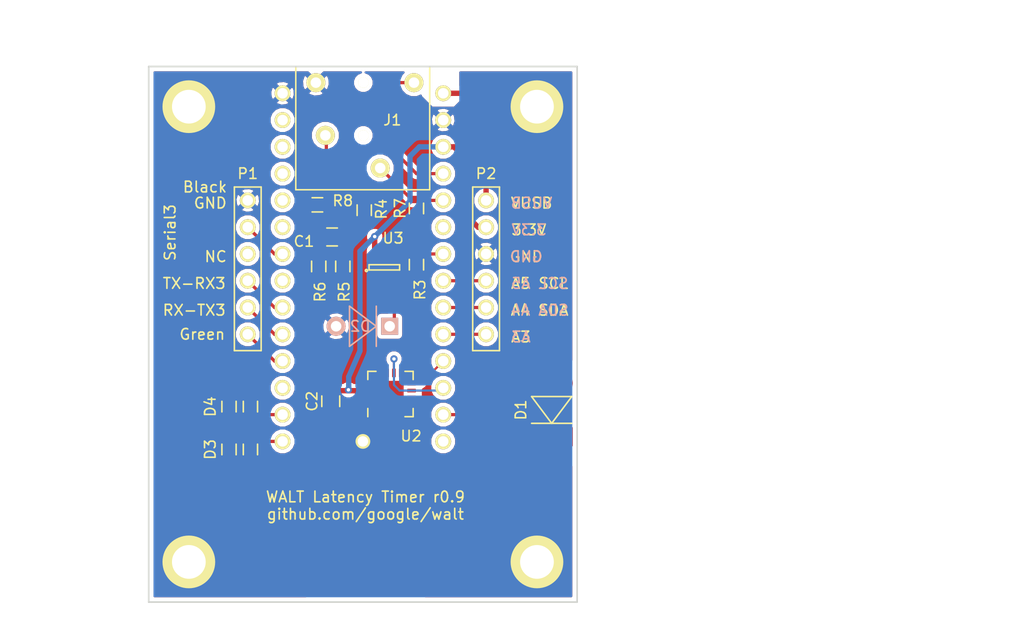
<source format=kicad_pcb>
(kicad_pcb (version 4) (host pcbnew 4.0.4+e1-6308~48~ubuntu14.04.1-stable)

  (general
    (links 61)
    (no_connects 1)
    (area 65.963799 83.743799 106.756201 134.696201)
    (thickness 1.6)
    (drawings 24)
    (tracks 120)
    (zones 0)
    (modules 26)
    (nets 43)
  )

  (page USLetter)
  (layers
    (0 F.Cu signal)
    (31 B.Cu signal hide)
    (32 B.Adhes user)
    (33 F.Adhes user)
    (34 B.Paste user)
    (35 F.Paste user)
    (36 B.SilkS user)
    (37 F.SilkS user)
    (38 B.Mask user)
    (39 F.Mask user)
    (40 Dwgs.User user)
    (41 Cmts.User user)
    (42 Eco1.User user)
    (43 Eco2.User user)
    (44 Edge.Cuts user)
    (45 Margin user)
    (46 B.CrtYd user)
    (47 F.CrtYd user)
    (48 B.Fab user)
    (49 F.Fab user)
  )

  (setup
    (last_trace_width 0.3048)
    (user_trace_width 0.1524)
    (user_trace_width 0.2032)
    (user_trace_width 0.3048)
    (user_trace_width 0.508)
    (trace_clearance 0.254)
    (zone_clearance 0.381)
    (zone_45_only yes)
    (trace_min 0.1524)
    (segment_width 0.1524)
    (edge_width 0.1524)
    (via_size 0.6858)
    (via_drill 0.3302)
    (via_min_size 0.6858)
    (via_min_drill 0.3302)
    (uvia_size 0.508)
    (uvia_drill 0.127)
    (uvias_allowed no)
    (uvia_min_size 0.508)
    (uvia_min_drill 0.127)
    (pcb_text_width 0.1524)
    (pcb_text_size 1.016 1.016)
    (mod_edge_width 0.07)
    (mod_text_size 0.5 0.5)
    (mod_text_width 0.07)
    (pad_size 5.08 10.16)
    (pad_drill 0)
    (pad_to_mask_clearance 0.05)
    (pad_to_paste_clearance -0.04)
    (aux_axis_origin 0 0)
    (grid_origin 86.36 96.94)
    (visible_elements 7FFFFFFF)
    (pcbplotparams
      (layerselection 0x010f0_80000001)
      (usegerberextensions true)
      (usegerberattributes true)
      (excludeedgelayer true)
      (linewidth 0.127000)
      (plotframeref false)
      (viasonmask false)
      (mode 1)
      (useauxorigin false)
      (hpglpennumber 1)
      (hpglpenspeed 20)
      (hpglpendiameter 15)
      (hpglpenoverlay 2)
      (psnegative false)
      (psa4output false)
      (plotreference true)
      (plotvalue true)
      (plotinvisibletext false)
      (padsonsilk false)
      (subtractmaskfromsilk false)
      (outputformat 1)
      (mirror false)
      (drillshape 0)
      (scaleselection 1)
      (outputdirectory gerbers/))
  )

  (net 0 "")
  (net 1 "Net-(C1-Pad1)")
  (net 2 "Net-(C1-Pad2)")
  (net 3 /DEBUG_LED2)
  (net 4 /DEBUG_LED1)
  (net 5 GND)
  (net 6 /AUDIO_PIN)
  (net 7 /SERIAL_CTS)
  (net 8 /SERIAL_TX)
  (net 9 /SERIAL_RX)
  (net 10 "Net-(P1-Pad4)")
  (net 11 /SERIAL_RTS)
  (net 12 /GPIO_A3)
  (net 13 /GPIO_A4)
  (net 14 /GPIO_A5)
  (net 15 +3V3)
  (net 16 /VUSB_5V)
  (net 17 /PD_SCREEN_PIN)
  (net 18 /MIC_PIN)
  (net 19 "Net-(U1-Pad6)")
  (net 20 /GXY_PIN)
  (net 21 /GZ_PIN)
  (net 22 "Net-(U1-Pad23)")
  (net 23 "Net-(U2-Pad1)")
  (net 24 "Net-(U2-Pad2)")
  (net 25 "Net-(U2-Pad4)")
  (net 26 "Net-(U2-Pad9)")
  (net 27 "Net-(U2-Pad11)")
  (net 28 "Net-(U2-Pad13)")
  (net 29 "Net-(U2-Pad16)")
  (net 30 "Net-(J1-Pad2)")
  (net 31 "Net-(D1-Pad1)")
  (net 32 "Net-(D2-Pad1)")
  (net 33 "Net-(D3-Pad2)")
  (net 34 "Net-(D4-Pad2)")
  (net 35 "Net-(U1-Pad2)")
  (net 36 "Net-(U1-Pad3)")
  (net 37 "Net-(U1-Pad4)")
  (net 38 "Net-(U1-Pad5)")
  (net 39 "Net-(U1-Pad8)")
  (net 40 "Net-(U1-Pad12)")
  (net 41 "Net-(U1-Pad15)")
  (net 42 "Net-(U2-Pad12)")

  (net_class Default "This is the default net class."
    (clearance 0.254)
    (trace_width 0.254)
    (via_dia 0.6858)
    (via_drill 0.3302)
    (uvia_dia 0.508)
    (uvia_drill 0.127)
    (add_net +3V3)
    (add_net /AUDIO_PIN)
    (add_net /DEBUG_LED1)
    (add_net /DEBUG_LED2)
    (add_net /GPIO_A3)
    (add_net /GPIO_A4)
    (add_net /GPIO_A5)
    (add_net /GXY_PIN)
    (add_net /GZ_PIN)
    (add_net /MIC_PIN)
    (add_net /PD_SCREEN_PIN)
    (add_net /SERIAL_CTS)
    (add_net /SERIAL_RTS)
    (add_net /SERIAL_RX)
    (add_net /SERIAL_TX)
    (add_net /VUSB_5V)
    (add_net GND)
    (add_net "Net-(C1-Pad1)")
    (add_net "Net-(C1-Pad2)")
    (add_net "Net-(D1-Pad1)")
    (add_net "Net-(D2-Pad1)")
    (add_net "Net-(D3-Pad2)")
    (add_net "Net-(D4-Pad2)")
    (add_net "Net-(J1-Pad2)")
    (add_net "Net-(P1-Pad4)")
    (add_net "Net-(U1-Pad12)")
    (add_net "Net-(U1-Pad15)")
    (add_net "Net-(U1-Pad2)")
    (add_net "Net-(U1-Pad23)")
    (add_net "Net-(U1-Pad3)")
    (add_net "Net-(U1-Pad4)")
    (add_net "Net-(U1-Pad5)")
    (add_net "Net-(U1-Pad6)")
    (add_net "Net-(U1-Pad8)")
    (add_net "Net-(U2-Pad1)")
    (add_net "Net-(U2-Pad11)")
    (add_net "Net-(U2-Pad12)")
    (add_net "Net-(U2-Pad13)")
    (add_net "Net-(U2-Pad16)")
    (add_net "Net-(U2-Pad2)")
    (add_net "Net-(U2-Pad4)")
    (add_net "Net-(U2-Pad9)")
  )

  (net_class Minimal ""
    (clearance 0.1524)
    (trace_width 0.1524)
    (via_dia 0.6858)
    (via_drill 0.3302)
    (uvia_dia 0.508)
    (uvia_drill 0.127)
  )

  (module Capacitors_SMD:C_0805 (layer F.Cu) (tedit 58B4C36B) (tstamp 5766179B)
    (at 83.439 99.988)
    (descr "Capacitor SMD 0805, reflow soldering, AVX (see smccp.pdf)")
    (tags "capacitor 0805")
    (path /5764985B)
    (attr smd)
    (fp_text reference C1 (at -2.667 0.42) (layer F.SilkS)
      (effects (font (size 1 1) (thickness 0.15)))
    )
    (fp_text value 0.1uF (at 0.381 0) (layer F.Fab)
      (effects (font (size 0.508 0.508) (thickness 0.0762)))
    )
    (fp_line (start -1.8 -1) (end 1.8 -1) (layer F.CrtYd) (width 0.05))
    (fp_line (start -1.8 1) (end 1.8 1) (layer F.CrtYd) (width 0.05))
    (fp_line (start -1.8 -1) (end -1.8 1) (layer F.CrtYd) (width 0.05))
    (fp_line (start 1.8 -1) (end 1.8 1) (layer F.CrtYd) (width 0.05))
    (fp_line (start 0.5 -0.85) (end -0.5 -0.85) (layer F.SilkS) (width 0.15))
    (fp_line (start -0.5 0.85) (end 0.5 0.85) (layer F.SilkS) (width 0.15))
    (pad 1 smd rect (at -1 0) (size 1 1.25) (layers F.Cu F.Paste F.Mask)
      (net 1 "Net-(C1-Pad1)"))
    (pad 2 smd rect (at 1 0) (size 1 1.25) (layers F.Cu F.Paste F.Mask)
      (net 2 "Net-(C1-Pad2)"))
    (model Capacitors_SMD.3dshapes/C_0805.wrl
      (at (xyz 0 0 0))
      (scale (xyz 1 1 1))
      (rotate (xyz 0 0 0))
    )
  )

  (module walt_footprints:R_0603_pad07mm_long (layer F.Cu) (tedit 57B60F33) (tstamp 576617B3)
    (at 73.66 116.078 90)
    (descr "Resistor SMD 0603, reflow soldering, Vishay (see dcrcw.pdf)")
    (tags "resistor 0603")
    (path /57646D13)
    (attr smd)
    (fp_text reference D4 (at 0 -1.778 90) (layer F.SilkS)
      (effects (font (size 1 1) (thickness 0.15)))
    )
    (fp_text value LED (at -0.01778 1.23444 90) (layer F.Fab)
      (effects (font (size 0.5 0.5) (thickness 0.07)))
    )
    (fp_line (start -1.3 -0.8) (end 1.3 -0.8) (layer F.CrtYd) (width 0.05))
    (fp_line (start -1.3 0.8) (end 1.3 0.8) (layer F.CrtYd) (width 0.05))
    (fp_line (start -1.3 -0.8) (end -1.3 0.8) (layer F.CrtYd) (width 0.05))
    (fp_line (start 1.3 -0.8) (end 1.3 0.8) (layer F.CrtYd) (width 0.05))
    (fp_line (start 0.5 0.675) (end -0.5 0.675) (layer F.SilkS) (width 0.15))
    (fp_line (start -0.5 -0.675) (end 0.5 -0.675) (layer F.SilkS) (width 0.15))
    (pad 1 smd rect (at -0.85 0 90) (size 0.7 0.9) (layers F.Cu F.Paste F.Mask)
      (net 5 GND))
    (pad 2 smd rect (at 0.85 0 90) (size 0.7 0.9) (layers F.Cu F.Paste F.Mask)
      (net 34 "Net-(D4-Pad2)"))
    (model Resistors_SMD.3dshapes/R_0603.wrl
      (at (xyz 0 0 0))
      (scale (xyz 1 1 1))
      (rotate (xyz 0 0 0))
    )
  )

  (module walt_footprints:R_0603_pad07mm_long (layer F.Cu) (tedit 57B60F2D) (tstamp 576617AD)
    (at 73.66 120.142 270)
    (descr "Resistor SMD 0603, reflow soldering, Vishay (see dcrcw.pdf)")
    (tags "resistor 0603")
    (path /57646CD9)
    (attr smd)
    (fp_text reference D3 (at 0 1.778 270) (layer F.SilkS)
      (effects (font (size 1 1) (thickness 0.15)))
    )
    (fp_text value LED (at -0.01778 1.23444 270) (layer F.Fab)
      (effects (font (size 0.5 0.5) (thickness 0.07)))
    )
    (fp_line (start -1.3 -0.8) (end 1.3 -0.8) (layer F.CrtYd) (width 0.05))
    (fp_line (start -1.3 0.8) (end 1.3 0.8) (layer F.CrtYd) (width 0.05))
    (fp_line (start -1.3 -0.8) (end -1.3 0.8) (layer F.CrtYd) (width 0.05))
    (fp_line (start 1.3 -0.8) (end 1.3 0.8) (layer F.CrtYd) (width 0.05))
    (fp_line (start 0.5 0.675) (end -0.5 0.675) (layer F.SilkS) (width 0.15))
    (fp_line (start -0.5 -0.675) (end 0.5 -0.675) (layer F.SilkS) (width 0.15))
    (pad 1 smd rect (at -0.85 0 270) (size 0.7 0.9) (layers F.Cu F.Paste F.Mask)
      (net 5 GND))
    (pad 2 smd rect (at 0.85 0 270) (size 0.7 0.9) (layers F.Cu F.Paste F.Mask)
      (net 33 "Net-(D3-Pad2)"))
    (model Resistors_SMD.3dshapes/R_0603.wrl
      (at (xyz 0 0 0))
      (scale (xyz 1 1 1))
      (rotate (xyz 0 0 0))
    )
  )

  (module walt_footprints:R_0603_pad07mm_long (layer F.Cu) (tedit 57B60ECD) (tstamp 576617FB)
    (at 91.44 97.282 90)
    (descr "Resistor SMD 0603, reflow soldering, Vishay (see dcrcw.pdf)")
    (tags "resistor 0603")
    (path /57649565)
    (attr smd)
    (fp_text reference R7 (at 0 -1.5494 90) (layer F.SilkS)
      (effects (font (size 1 1) (thickness 0.15)))
    )
    (fp_text value 100 (at -0.01778 1.23444 90) (layer F.Fab)
      (effects (font (size 0.5 0.5) (thickness 0.07)))
    )
    (fp_line (start -1.3 -0.8) (end 1.3 -0.8) (layer F.CrtYd) (width 0.05))
    (fp_line (start -1.3 0.8) (end 1.3 0.8) (layer F.CrtYd) (width 0.05))
    (fp_line (start -1.3 -0.8) (end -1.3 0.8) (layer F.CrtYd) (width 0.05))
    (fp_line (start 1.3 -0.8) (end 1.3 0.8) (layer F.CrtYd) (width 0.05))
    (fp_line (start 0.5 0.675) (end -0.5 0.675) (layer F.SilkS) (width 0.15))
    (fp_line (start -0.5 -0.675) (end 0.5 -0.675) (layer F.SilkS) (width 0.15))
    (pad 1 smd rect (at -0.85 0 90) (size 0.7 0.9) (layers F.Cu F.Paste F.Mask)
      (net 5 GND))
    (pad 2 smd rect (at 0.85 0 90) (size 0.7 0.9) (layers F.Cu F.Paste F.Mask)
      (net 6 /AUDIO_PIN))
    (model Resistors_SMD.3dshapes/R_0603.wrl
      (at (xyz 0 0 0))
      (scale (xyz 1 1 1))
      (rotate (xyz 0 0 0))
    )
  )

  (module walt_footprints:R_0603_pad07mm_long (layer F.Cu) (tedit 58B4C636) (tstamp 576617F5)
    (at 82.169 102.782 90)
    (descr "Resistor SMD 0603, reflow soldering, Vishay (see dcrcw.pdf)")
    (tags "resistor 0603")
    (path /5764991F)
    (attr smd)
    (fp_text reference R6 (at -2.413 0.127 90) (layer F.SilkS)
      (effects (font (size 1 1) (thickness 0.15)))
    )
    (fp_text value 3.3k (at 0 0 90) (layer F.Fab)
      (effects (font (size 0.5 0.5) (thickness 0.07)))
    )
    (fp_line (start -1.3 -0.8) (end 1.3 -0.8) (layer F.CrtYd) (width 0.05))
    (fp_line (start -1.3 0.8) (end 1.3 0.8) (layer F.CrtYd) (width 0.05))
    (fp_line (start -1.3 -0.8) (end -1.3 0.8) (layer F.CrtYd) (width 0.05))
    (fp_line (start 1.3 -0.8) (end 1.3 0.8) (layer F.CrtYd) (width 0.05))
    (fp_line (start 0.5 0.675) (end -0.5 0.675) (layer F.SilkS) (width 0.15))
    (fp_line (start -0.5 -0.675) (end 0.5 -0.675) (layer F.SilkS) (width 0.15))
    (pad 1 smd rect (at -0.85 0 90) (size 0.7 0.9) (layers F.Cu F.Paste F.Mask)
      (net 5 GND))
    (pad 2 smd rect (at 0.85 0 90) (size 0.7 0.9) (layers F.Cu F.Paste F.Mask)
      (net 1 "Net-(C1-Pad1)"))
    (model Resistors_SMD.3dshapes/R_0603.wrl
      (at (xyz 0 0 0))
      (scale (xyz 1 1 1))
      (rotate (xyz 0 0 0))
    )
  )

  (module walt_footprints:R_0603_pad07mm_long (layer F.Cu) (tedit 58B4C62B) (tstamp 576617EF)
    (at 84.455 102.782 90)
    (descr "Resistor SMD 0603, reflow soldering, Vishay (see dcrcw.pdf)")
    (tags "resistor 0603")
    (path /576498E4)
    (attr smd)
    (fp_text reference R5 (at -2.413 0.127 90) (layer F.SilkS)
      (effects (font (size 1 1) (thickness 0.15)))
    )
    (fp_text value 100 (at 0 0 90) (layer F.Fab)
      (effects (font (size 0.5 0.5) (thickness 0.07)))
    )
    (fp_line (start -1.3 -0.8) (end 1.3 -0.8) (layer F.CrtYd) (width 0.05))
    (fp_line (start -1.3 0.8) (end 1.3 0.8) (layer F.CrtYd) (width 0.05))
    (fp_line (start -1.3 -0.8) (end -1.3 0.8) (layer F.CrtYd) (width 0.05))
    (fp_line (start 1.3 -0.8) (end 1.3 0.8) (layer F.CrtYd) (width 0.05))
    (fp_line (start 0.5 0.675) (end -0.5 0.675) (layer F.SilkS) (width 0.15))
    (fp_line (start -0.5 -0.675) (end 0.5 -0.675) (layer F.SilkS) (width 0.15))
    (pad 1 smd rect (at -0.85 0 90) (size 0.7 0.9) (layers F.Cu F.Paste F.Mask)
      (net 5 GND))
    (pad 2 smd rect (at 0.85 0 90) (size 0.7 0.9) (layers F.Cu F.Paste F.Mask)
      (net 2 "Net-(C1-Pad2)"))
    (model Resistors_SMD.3dshapes/R_0603.wrl
      (at (xyz 0 0 0))
      (scale (xyz 1 1 1))
      (rotate (xyz 0 0 0))
    )
  )

  (module walt_footprints:R_0603_pad07mm_long (layer F.Cu) (tedit 57B612C2) (tstamp 576617E9)
    (at 86.487 97.448 270)
    (descr "Resistor SMD 0603, reflow soldering, Vishay (see dcrcw.pdf)")
    (tags "resistor 0603")
    (path /576498AB)
    (attr smd)
    (fp_text reference R4 (at -0.1016 -1.6256 270) (layer F.SilkS)
      (effects (font (size 1 1) (thickness 0.15)))
    )
    (fp_text value 3,3k (at 0 0 270) (layer F.Fab)
      (effects (font (size 0.5 0.5) (thickness 0.07)))
    )
    (fp_line (start -1.3 -0.8) (end 1.3 -0.8) (layer F.CrtYd) (width 0.05))
    (fp_line (start -1.3 0.8) (end 1.3 0.8) (layer F.CrtYd) (width 0.05))
    (fp_line (start -1.3 -0.8) (end -1.3 0.8) (layer F.CrtYd) (width 0.05))
    (fp_line (start 1.3 -0.8) (end 1.3 0.8) (layer F.CrtYd) (width 0.05))
    (fp_line (start 0.5 0.675) (end -0.5 0.675) (layer F.SilkS) (width 0.15))
    (fp_line (start -0.5 -0.675) (end 0.5 -0.675) (layer F.SilkS) (width 0.15))
    (pad 1 smd rect (at -0.85 0 270) (size 0.7 0.9) (layers F.Cu F.Paste F.Mask)
      (net 18 /MIC_PIN))
    (pad 2 smd rect (at 0.85 0 270) (size 0.7 0.9) (layers F.Cu F.Paste F.Mask)
      (net 2 "Net-(C1-Pad2)"))
    (model Resistors_SMD.3dshapes/R_0603.wrl
      (at (xyz 0 0 0))
      (scale (xyz 1 1 1))
      (rotate (xyz 0 0 0))
    )
  )

  (module walt_footprints:R_0603_pad07mm_long (layer F.Cu) (tedit 57B60E47) (tstamp 576617E3)
    (at 91.44 102.616 90)
    (descr "Resistor SMD 0603, reflow soldering, Vishay (see dcrcw.pdf)")
    (tags "resistor 0603")
    (path /57648608)
    (attr smd)
    (fp_text reference R3 (at -2.3876 0.3302 90) (layer F.SilkS)
      (effects (font (size 1 1) (thickness 0.15)))
    )
    (fp_text value 510k (at -0.01778 1.23444 90) (layer F.Fab)
      (effects (font (size 0.5 0.5) (thickness 0.07)))
    )
    (fp_line (start -1.3 -0.8) (end 1.3 -0.8) (layer F.CrtYd) (width 0.05))
    (fp_line (start -1.3 0.8) (end 1.3 0.8) (layer F.CrtYd) (width 0.05))
    (fp_line (start -1.3 -0.8) (end -1.3 0.8) (layer F.CrtYd) (width 0.05))
    (fp_line (start 1.3 -0.8) (end 1.3 0.8) (layer F.CrtYd) (width 0.05))
    (fp_line (start 0.5 0.675) (end -0.5 0.675) (layer F.SilkS) (width 0.15))
    (fp_line (start -0.5 -0.675) (end 0.5 -0.675) (layer F.SilkS) (width 0.15))
    (pad 1 smd rect (at -0.85 0 90) (size 0.7 0.9) (layers F.Cu F.Paste F.Mask)
      (net 32 "Net-(D2-Pad1)"))
    (pad 2 smd rect (at 0.85 0 90) (size 0.7 0.9) (layers F.Cu F.Paste F.Mask)
      (net 17 /PD_SCREEN_PIN))
    (model Resistors_SMD.3dshapes/R_0603.wrl
      (at (xyz 0 0 0))
      (scale (xyz 1 1 1))
      (rotate (xyz 0 0 0))
    )
  )

  (module walt_footprints:R_0603_pad07mm_long (layer F.Cu) (tedit 578562C6) (tstamp 576617DD)
    (at 75.692 116.078 90)
    (descr "Resistor SMD 0603, reflow soldering, Vishay (see dcrcw.pdf)")
    (tags "resistor 0603")
    (path /57646C37)
    (attr smd)
    (fp_text reference R2 (at 2.54 0 90) (layer F.SilkS) hide
      (effects (font (size 1 1) (thickness 0.15)))
    )
    (fp_text value 330 (at -0.01778 1.23444 90) (layer F.Fab)
      (effects (font (size 0.5 0.5) (thickness 0.07)))
    )
    (fp_line (start -1.3 -0.8) (end 1.3 -0.8) (layer F.CrtYd) (width 0.05))
    (fp_line (start -1.3 0.8) (end 1.3 0.8) (layer F.CrtYd) (width 0.05))
    (fp_line (start -1.3 -0.8) (end -1.3 0.8) (layer F.CrtYd) (width 0.05))
    (fp_line (start 1.3 -0.8) (end 1.3 0.8) (layer F.CrtYd) (width 0.05))
    (fp_line (start 0.5 0.675) (end -0.5 0.675) (layer F.SilkS) (width 0.15))
    (fp_line (start -0.5 -0.675) (end 0.5 -0.675) (layer F.SilkS) (width 0.15))
    (pad 1 smd rect (at -0.85 0 90) (size 0.7 0.9) (layers F.Cu F.Paste F.Mask)
      (net 4 /DEBUG_LED1))
    (pad 2 smd rect (at 0.85 0 90) (size 0.7 0.9) (layers F.Cu F.Paste F.Mask)
      (net 34 "Net-(D4-Pad2)"))
    (model Resistors_SMD.3dshapes/R_0603.wrl
      (at (xyz 0 0 0))
      (scale (xyz 1 1 1))
      (rotate (xyz 0 0 0))
    )
  )

  (module walt_footprints:R_0603_pad07mm_long (layer F.Cu) (tedit 578562CD) (tstamp 576617D7)
    (at 75.692 120.142 270)
    (descr "Resistor SMD 0603, reflow soldering, Vishay (see dcrcw.pdf)")
    (tags "resistor 0603")
    (path /57646BD5)
    (attr smd)
    (fp_text reference R1 (at 2.54 0 270) (layer F.SilkS) hide
      (effects (font (size 1 1) (thickness 0.15)))
    )
    (fp_text value 330 (at -0.01778 1.23444 270) (layer F.Fab)
      (effects (font (size 0.5 0.5) (thickness 0.07)))
    )
    (fp_line (start -1.3 -0.8) (end 1.3 -0.8) (layer F.CrtYd) (width 0.05))
    (fp_line (start -1.3 0.8) (end 1.3 0.8) (layer F.CrtYd) (width 0.05))
    (fp_line (start -1.3 -0.8) (end -1.3 0.8) (layer F.CrtYd) (width 0.05))
    (fp_line (start 1.3 -0.8) (end 1.3 0.8) (layer F.CrtYd) (width 0.05))
    (fp_line (start 0.5 0.675) (end -0.5 0.675) (layer F.SilkS) (width 0.15))
    (fp_line (start -0.5 -0.675) (end 0.5 -0.675) (layer F.SilkS) (width 0.15))
    (pad 1 smd rect (at -0.85 0 270) (size 0.7 0.9) (layers F.Cu F.Paste F.Mask)
      (net 3 /DEBUG_LED2))
    (pad 2 smd rect (at 0.85 0 270) (size 0.7 0.9) (layers F.Cu F.Paste F.Mask)
      (net 33 "Net-(D3-Pad2)"))
    (model Resistors_SMD.3dshapes/R_0603.wrl
      (at (xyz 0 0 0))
      (scale (xyz 1 1 1))
      (rotate (xyz 0 0 0))
    )
  )

  (module walt_footprints:Teensy_DIP-28_W15.24mm (layer F.Cu) (tedit 57683B97) (tstamp 57681E98)
    (at 78.74 86.36)
    (descr "28-lead dip package, row spacing 15.24 mm (600 mils)")
    (tags "dil dip 2.54 600")
    (path /576468C7)
    (fp_text reference U1 (at 0 -5.22) (layer F.SilkS) hide
      (effects (font (size 1 1) (thickness 0.15)))
    )
    (fp_text value TeensyLC_with_headers (at 21.082 -8.001) (layer F.Fab)
      (effects (font (size 1 1) (thickness 0.15)))
    )
    (fp_line (start -1.05 -2.45) (end -1.05 35.5) (layer F.CrtYd) (width 0.05))
    (fp_line (start 16.3 -2.45) (end 16.3 35.5) (layer F.CrtYd) (width 0.05))
    (fp_line (start -1.05 -2.45) (end 16.3 -2.45) (layer F.CrtYd) (width 0.05))
    (fp_line (start -1.05 35.5) (end 16.3 35.5) (layer F.CrtYd) (width 0.05))
    (pad 1 thru_hole circle (at 0 0) (size 1.5 1.5) (drill 1) (layers *.Cu *.Mask F.SilkS)
      (net 5 GND) (zone_connect 1) (thermal_width 0.508) (thermal_gap 0.3048))
    (pad 2 thru_hole circle (at 0 2.54) (size 1.5 1.5) (drill 1) (layers *.Cu *.Mask F.SilkS)
      (net 35 "Net-(U1-Pad2)"))
    (pad 3 thru_hole circle (at 0 5.08) (size 1.5 1.5) (drill 1) (layers *.Cu *.Mask F.SilkS)
      (net 36 "Net-(U1-Pad3)"))
    (pad 4 thru_hole circle (at 0 7.62) (size 1.5 1.5) (drill 1) (layers *.Cu *.Mask F.SilkS)
      (net 37 "Net-(U1-Pad4)"))
    (pad 5 thru_hole circle (at 0 10.16) (size 1.5 1.5) (drill 1) (layers *.Cu *.Mask F.SilkS)
      (net 38 "Net-(U1-Pad5)"))
    (pad 6 thru_hole circle (at 0 12.7) (size 1.5 1.5) (drill 1) (layers *.Cu *.Mask F.SilkS)
      (net 19 "Net-(U1-Pad6)"))
    (pad 7 thru_hole circle (at 0 15.24) (size 1.5 1.5) (drill 1) (layers *.Cu *.Mask F.SilkS)
      (net 11 /SERIAL_RTS))
    (pad 8 thru_hole circle (at 0 17.78) (size 1.5 1.5) (drill 1) (layers *.Cu *.Mask F.SilkS)
      (net 39 "Net-(U1-Pad8)"))
    (pad 9 thru_hole circle (at 0 20.32) (size 1.5 1.5) (drill 1) (layers *.Cu *.Mask F.SilkS)
      (net 9 /SERIAL_RX))
    (pad 10 thru_hole circle (at 0 22.86) (size 1.5 1.5) (drill 1) (layers *.Cu *.Mask F.SilkS)
      (net 8 /SERIAL_TX))
    (pad 11 thru_hole circle (at 0 25.4) (size 1.5 1.5) (drill 1) (layers *.Cu *.Mask F.SilkS)
      (net 7 /SERIAL_CTS))
    (pad 12 thru_hole circle (at 0 27.94) (size 1.5 1.5) (drill 1) (layers *.Cu *.Mask F.SilkS)
      (net 40 "Net-(U1-Pad12)"))
    (pad 13 thru_hole circle (at 0 30.48) (size 1.5 1.5) (drill 1) (layers *.Cu *.Mask F.SilkS)
      (net 4 /DEBUG_LED1))
    (pad 14 thru_hole circle (at 0 33.02) (size 1.5 1.5) (drill 1) (layers *.Cu *.Mask F.SilkS)
      (net 3 /DEBUG_LED2))
    (pad 15 thru_hole circle (at 15.24 33.02) (size 1.5 1.5) (drill 1) (layers *.Cu *.Mask F.SilkS)
      (net 41 "Net-(U1-Pad15)"))
    (pad 16 thru_hole circle (at 15.24 30.48) (size 1.5 1.5) (drill 1) (layers *.Cu *.Mask F.SilkS)
      (net 31 "Net-(D1-Pad1)"))
    (pad 17 thru_hole circle (at 15.24 27.94) (size 1.5 1.5) (drill 1) (layers *.Cu *.Mask F.SilkS)
      (net 20 /GXY_PIN))
    (pad 18 thru_hole circle (at 15.24 25.4) (size 1.5 1.5) (drill 1) (layers *.Cu *.Mask F.SilkS)
      (net 21 /GZ_PIN))
    (pad 19 thru_hole circle (at 15.24 22.86) (size 1.5 1.5) (drill 1) (layers *.Cu *.Mask F.SilkS)
      (net 12 /GPIO_A3))
    (pad 20 thru_hole circle (at 15.24 20.32) (size 1.5 1.5) (drill 1) (layers *.Cu *.Mask F.SilkS)
      (net 13 /GPIO_A4))
    (pad 21 thru_hole circle (at 15.24 17.78) (size 1.5 1.5) (drill 1) (layers *.Cu *.Mask F.SilkS)
      (net 14 /GPIO_A5))
    (pad 22 thru_hole circle (at 15.24 15.24) (size 1.5 1.5) (drill 1) (layers *.Cu *.Mask F.SilkS)
      (net 17 /PD_SCREEN_PIN))
    (pad 23 thru_hole circle (at 15.24 12.7) (size 1.5 1.5) (drill 1) (layers *.Cu *.Mask F.SilkS)
      (net 22 "Net-(U1-Pad23)"))
    (pad 24 thru_hole circle (at 15.24 10.16) (size 1.5 1.5) (drill 1) (layers *.Cu *.Mask F.SilkS)
      (net 6 /AUDIO_PIN))
    (pad 25 thru_hole circle (at 15.24 7.62) (size 1.5 1.5) (drill 1) (layers *.Cu *.Mask F.SilkS)
      (net 18 /MIC_PIN))
    (pad 26 thru_hole circle (at 15.24 5.08) (size 1.5 1.5) (drill 1) (layers *.Cu *.Mask F.SilkS)
      (net 15 +3V3))
    (pad 27 thru_hole circle (at 15.24 2.54) (size 1.5 1.5) (drill 1) (layers *.Cu *.Mask F.SilkS)
      (net 5 GND) (zone_connect 1) (thermal_width 0.508) (thermal_gap 0.3048))
    (pad 28 thru_hole circle (at 15.24 0) (size 1.5 1.5) (drill 1) (layers *.Cu *.Mask F.SilkS)
      (net 16 /VUSB_5V))
    (model Housings_DIP.3dshapes/DIP-28_W15.24mm.wrl
      (at (xyz 0 0 0))
      (scale (xyz 1 1 1))
      (rotate (xyz 0 0 0))
    )
  )

  (module Housings_DFN_QFN:QFN-16-1EP_4x4mm_Pitch0.65mm (layer F.Cu) (tedit 57B60F7A) (tstamp 57661833)
    (at 88.9762 114.8842 90)
    (descr "16-Lead Plastic Quad Flat, No Lead Package (ML) - 4x4x0.9 mm Body [QFN]; (see Microchip Packaging Specification 00000049BS.pdf)")
    (tags "QFN 0.65")
    (path /57647D5A)
    (attr smd)
    (fp_text reference U2 (at -3.9878 1.9558 180) (layer F.SilkS)
      (effects (font (size 1 1) (thickness 0.15)))
    )
    (fp_text value ADXL335 (at 0 3.4 90) (layer F.Fab)
      (effects (font (size 0.5 0.5) (thickness 0.07)))
    )
    (fp_line (start -2.65 -2.65) (end -2.65 2.65) (layer F.CrtYd) (width 0.05))
    (fp_line (start 2.65 -2.65) (end 2.65 2.65) (layer F.CrtYd) (width 0.05))
    (fp_line (start -2.65 -2.65) (end 2.65 -2.65) (layer F.CrtYd) (width 0.05))
    (fp_line (start -2.65 2.65) (end 2.65 2.65) (layer F.CrtYd) (width 0.05))
    (fp_line (start 2.15 -2.15) (end 2.15 -1.375) (layer F.SilkS) (width 0.15))
    (fp_line (start -2.15 2.15) (end -2.15 1.375) (layer F.SilkS) (width 0.15))
    (fp_line (start 2.15 2.15) (end 2.15 1.375) (layer F.SilkS) (width 0.15))
    (fp_line (start -2.15 -2.15) (end -1.375 -2.15) (layer F.SilkS) (width 0.15))
    (fp_line (start -2.15 2.15) (end -1.375 2.15) (layer F.SilkS) (width 0.15))
    (fp_line (start 2.15 2.15) (end 1.375 2.15) (layer F.SilkS) (width 0.15))
    (fp_line (start 2.15 -2.15) (end 1.375 -2.15) (layer F.SilkS) (width 0.15))
    (pad 1 smd rect (at -2 -0.975 90) (size 0.8 0.35) (layers F.Cu F.Paste F.Mask)
      (net 23 "Net-(U2-Pad1)"))
    (pad 2 smd rect (at -2 -0.325 90) (size 0.8 0.35) (layers F.Cu F.Paste F.Mask)
      (net 24 "Net-(U2-Pad2)"))
    (pad 3 smd rect (at -2 0.325 90) (size 0.8 0.35) (layers F.Cu F.Paste F.Mask)
      (net 5 GND))
    (pad 4 smd rect (at -2 0.975 90) (size 0.8 0.35) (layers F.Cu F.Paste F.Mask)
      (net 25 "Net-(U2-Pad4)"))
    (pad 5 smd rect (at -0.975 2 180) (size 0.8 0.35) (layers F.Cu F.Paste F.Mask)
      (net 5 GND))
    (pad 6 smd rect (at -0.325 2 180) (size 0.8 0.35) (layers F.Cu F.Paste F.Mask)
      (net 5 GND))
    (pad 7 smd rect (at 0.325 2 180) (size 0.8 0.35) (layers F.Cu F.Paste F.Mask)
      (net 5 GND))
    (pad 8 smd rect (at 0.975 2 180) (size 0.8 0.35) (layers F.Cu F.Paste F.Mask)
      (net 21 /GZ_PIN))
    (pad 9 smd rect (at 2 0.975 90) (size 0.8 0.35) (layers F.Cu F.Paste F.Mask)
      (net 26 "Net-(U2-Pad9)"))
    (pad 10 smd rect (at 2 0.325 90) (size 0.8 0.35) (layers F.Cu F.Paste F.Mask)
      (net 20 /GXY_PIN))
    (pad 11 smd rect (at 2 -0.325 90) (size 0.8 0.35) (layers F.Cu F.Paste F.Mask)
      (net 27 "Net-(U2-Pad11)"))
    (pad 12 smd rect (at 2 -0.975 90) (size 0.8 0.35) (layers F.Cu F.Paste F.Mask)
      (net 42 "Net-(U2-Pad12)"))
    (pad 13 smd rect (at 0.975 -2 180) (size 0.8 0.35) (layers F.Cu F.Paste F.Mask)
      (net 28 "Net-(U2-Pad13)"))
    (pad 14 smd rect (at 0.325 -2 180) (size 0.8 0.35) (layers F.Cu F.Paste F.Mask)
      (net 15 +3V3))
    (pad 15 smd rect (at -0.325 -2 180) (size 0.8 0.35) (layers F.Cu F.Paste F.Mask)
      (net 15 +3V3))
    (pad 16 smd rect (at -0.975 -2 180) (size 0.8 0.35) (layers F.Cu F.Paste F.Mask)
      (net 29 "Net-(U2-Pad16)"))
    (pad 17 smd rect (at 0.625 0.625 90) (size 1.25 1.25) (layers F.Cu F.Paste F.Mask)
      (net 5 GND) (solder_paste_margin_ratio -0.2))
    (pad 17 smd rect (at 0.625 -0.625 90) (size 1.25 1.25) (layers F.Cu F.Paste F.Mask)
      (net 5 GND) (solder_paste_margin_ratio -0.2))
    (pad 17 smd rect (at -0.625 0.625 90) (size 1.25 1.25) (layers F.Cu F.Paste F.Mask)
      (net 5 GND) (solder_paste_margin_ratio -0.2))
    (pad 17 smd rect (at -0.625 -0.625 90) (size 1.25 1.25) (layers F.Cu F.Paste F.Mask)
      (net 5 GND) (solder_paste_margin_ratio -0.2))
    (model Housings_DFN_QFN.3dshapes/QFN-16-1EP_4x4mm_Pitch0.65mm.wrl
      (at (xyz 0 0 0))
      (scale (xyz 1 1 1))
      (rotate (xyz 0 0 0))
    )
  )

  (module TO_SOT_Packages_SMD:SOT-23-5 (layer F.Cu) (tedit 57B60EC7) (tstamp 5766183C)
    (at 88.392 102.87 90)
    (descr "5-pin SOT23 package")
    (tags SOT-23-5)
    (path /576483C4)
    (attr smd)
    (fp_text reference U3 (at 2.7686 0.8382 180) (layer F.SilkS)
      (effects (font (size 1 1) (thickness 0.15)))
    )
    (fp_text value LM321MFX (at -0.5842 -2.0574 90) (layer F.Fab)
      (effects (font (size 0.5 0.5) (thickness 0.07)))
    )
    (fp_line (start -1.8 -1.6) (end 1.8 -1.6) (layer F.CrtYd) (width 0.05))
    (fp_line (start 1.8 -1.6) (end 1.8 1.6) (layer F.CrtYd) (width 0.05))
    (fp_line (start 1.8 1.6) (end -1.8 1.6) (layer F.CrtYd) (width 0.05))
    (fp_line (start -1.8 1.6) (end -1.8 -1.6) (layer F.CrtYd) (width 0.05))
    (fp_circle (center -0.3 -1.7) (end -0.2 -1.7) (layer F.SilkS) (width 0.15))
    (fp_line (start 0.25 -1.45) (end -0.25 -1.45) (layer F.SilkS) (width 0.15))
    (fp_line (start 0.25 1.45) (end 0.25 -1.45) (layer F.SilkS) (width 0.15))
    (fp_line (start -0.25 1.45) (end 0.25 1.45) (layer F.SilkS) (width 0.15))
    (fp_line (start -0.25 -1.45) (end -0.25 1.45) (layer F.SilkS) (width 0.15))
    (pad 1 smd rect (at -1.1 -0.95 90) (size 1.06 0.65) (layers F.Cu F.Paste F.Mask)
      (net 5 GND))
    (pad 2 smd rect (at -1.1 0 90) (size 1.06 0.65) (layers F.Cu F.Paste F.Mask)
      (net 5 GND))
    (pad 3 smd rect (at -1.1 0.95 90) (size 1.06 0.65) (layers F.Cu F.Paste F.Mask)
      (net 32 "Net-(D2-Pad1)"))
    (pad 4 smd rect (at 1.1 0.95 90) (size 1.06 0.65) (layers F.Cu F.Paste F.Mask)
      (net 17 /PD_SCREEN_PIN))
    (pad 5 smd rect (at 1.1 -0.95 90) (size 1.06 0.65) (layers F.Cu F.Paste F.Mask)
      (net 15 +3V3))
    (model TO_SOT_Packages_SMD.3dshapes/SOT-23-5.wrl
      (at (xyz 0 0 0))
      (scale (xyz 1 1 1))
      (rotate (xyz 0 0 0))
    )
  )

  (module walt_footprints:TRRS_SJ_43514 (layer F.Cu) (tedit 57683B26) (tstamp 576617BD)
    (at 81.9 85.35 270)
    (descr TRRS_SJ_43514)
    (tags "Audio TRRS")
    (path /5764949B)
    (fp_text reference J1 (at 3.55 -7.254 540) (layer F.SilkS)
      (effects (font (size 1 1) (thickness 0.15)))
    )
    (fp_text value JACK_TRRS (at -7.88 -3.19 360) (layer F.Fab) hide
      (effects (font (size 0.5 0.5) (thickness 0.07)))
    )
    (fp_line (start -2.9 1.905) (end -2.9 -10.795) (layer B.CrtYd) (width 0.15))
    (fp_line (start 10.16 -10.795) (end 10.16 1.905) (layer B.CrtYd) (width 0.15))
    (fp_line (start 10.16 1.905) (end -2.9 1.905) (layer B.CrtYd) (width 0.15))
    (fp_line (start -1.6 1.905) (end -1.6 -10.795) (layer B.CrtYd) (width 0.15))
    (fp_line (start -2.9 -10.795) (end 10.16 -10.795) (layer B.CrtYd) (width 0.15))
    (fp_line (start -1.6 -1.4) (end -5.1 -1.4) (layer B.CrtYd) (width 0.15))
    (fp_line (start -5.1 -1.4) (end -5.1 -7.55) (layer B.CrtYd) (width 0.15))
    (fp_line (start -5.1 -7.55) (end -1.6 -7.55) (layer B.CrtYd) (width 0.15))
    (fp_line (start -1.5 1.905) (end 10.16 1.905) (layer F.SilkS) (width 0.15))
    (fp_line (start 10.16 1.905) (end 10.16 -10.795) (layer F.SilkS) (width 0.15))
    (fp_line (start 10.16 -10.795) (end -1.5 -10.795) (layer F.SilkS) (width 0.15))
    (pad 4 thru_hole circle (at 0 0 270) (size 1.8 1.8) (drill 1) (layers *.Cu *.Mask F.SilkS)
      (net 5 GND) (zone_connect 1) (thermal_width 0.508) (thermal_gap 0.3048))
    (pad 2 thru_hole circle (at 5 -0.9 270) (size 1.8 1.8) (drill 1) (layers *.Cu *.Mask F.SilkS)
      (net 30 "Net-(J1-Pad2)"))
    (pad 1 thru_hole circle (at 0 -9.3 270) (size 1.8 1.8) (drill 1) (layers *.Cu *.Mask F.SilkS)
      (net 1 "Net-(C1-Pad1)"))
    (pad 3 thru_hole circle (at 8.1 -6.1 270) (size 1.8 1.8) (drill 1) (layers *.Cu *.Mask F.SilkS)
      (net 6 /AUDIO_PIN))
    (pad "" np_thru_hole circle (at 0 -4.5 270) (size 1 1) (drill 1) (layers *.Cu *.Mask F.SilkS))
    (pad "" np_thru_hole circle (at 5 -4.5 270) (size 1 1) (drill 1) (layers *.Cu *.Mask F.SilkS))
  )

  (module Mounting_Holes:MountingHole_3.2mm_M3 (layer F.Cu) (tedit 5766F70C) (tstamp 5766BA33)
    (at 69.85 87.63)
    (descr "Mounting Hole 3.2mm, no annular, M3")
    (tags "mounting hole 3.2mm no annular m3")
    (fp_text reference REF** (at -2.54 -7.62) (layer F.SilkS) hide
      (effects (font (size 1 1) (thickness 0.15)))
    )
    (fp_text value MountingHole_3.2mm_M3 (at -20.32 -1.524) (layer F.Fab) hide
      (effects (font (size 0.5 0.5) (thickness 0.07)))
    )
    (fp_circle (center 0 0) (end 3.2 0) (layer Cmts.User) (width 0.15))
    (fp_circle (center 0 0) (end 3.45 0) (layer F.CrtYd) (width 0.05))
    (pad 1 thru_hole circle (at 0 0) (size 5 5) (drill 3.2) (layers *.Cu *.Mask F.SilkS)
      (net 5 GND))
  )

  (module Mounting_Holes:MountingHole_3.2mm_M3 (layer F.Cu) (tedit 5766F71D) (tstamp 5766BA3A)
    (at 69.85 130.81)
    (descr "Mounting Hole 3.2mm, no annular, M3")
    (tags "mounting hole 3.2mm no annular m3")
    (fp_text reference REF** (at -13.97 -2.54) (layer F.SilkS) hide
      (effects (font (size 1 1) (thickness 0.15)))
    )
    (fp_text value MountingHole_3.2mm_M3 (at -6.858 28.702) (layer F.Fab) hide
      (effects (font (size 0.5 0.5) (thickness 0.07)))
    )
    (fp_circle (center 0 0) (end 3.2 0) (layer Cmts.User) (width 0.15))
    (fp_circle (center 0 0) (end 3.45 0) (layer F.CrtYd) (width 0.05))
    (pad 1 thru_hole circle (at 0 0) (size 5 5) (drill 3.2) (layers *.Cu *.Mask F.SilkS)
      (net 5 GND))
  )

  (module Mounting_Holes:MountingHole_3.2mm_M3 (layer F.Cu) (tedit 5766F721) (tstamp 5766BA41)
    (at 102.87 130.81)
    (descr "Mounting Hole 3.2mm, no annular, M3")
    (tags "mounting hole 3.2mm no annular m3")
    (fp_text reference REF** (at 12.7 -3.81) (layer F.SilkS) hide
      (effects (font (size 1 1) (thickness 0.15)))
    )
    (fp_text value MountingHole_3.2mm_M3 (at 12.7 29.21) (layer F.Fab) hide
      (effects (font (size 0.5 0.5) (thickness 0.07)))
    )
    (fp_circle (center 0 0) (end 3.2 0) (layer Cmts.User) (width 0.15))
    (fp_circle (center 0 0) (end 3.45 0) (layer F.CrtYd) (width 0.05))
    (pad 1 thru_hole circle (at 0 0) (size 5 5) (drill 3.2) (layers *.Cu *.Mask F.SilkS)
      (net 5 GND))
  )

  (module Mounting_Holes:MountingHole_3.2mm_M3 (layer F.Cu) (tedit 5766F725) (tstamp 5766BA91)
    (at 102.87 87.63)
    (descr "Mounting Hole 3.2mm, no annular, M3")
    (tags "mounting hole 3.2mm no annular m3")
    (fp_text reference REF** (at 8.89 -8.89) (layer F.SilkS) hide
      (effects (font (size 1 1) (thickness 0.15)))
    )
    (fp_text value MountingHole_3.2mm_M3 (at 17.78 -0.762) (layer F.Fab) hide
      (effects (font (size 1 1) (thickness 0.15)))
    )
    (fp_circle (center 0 0) (end 3.2 0) (layer Cmts.User) (width 0.15))
    (fp_circle (center 0 0) (end 3.45 0) (layer F.CrtYd) (width 0.05))
    (pad 1 thru_hole circle (at 0 0) (size 5 5) (drill 3.2) (layers *.Cu *.Mask F.SilkS)
      (net 5 GND))
  )

  (module Wire_Pads:SolderWirePad_single_SMD_5x10mm (layer F.Cu) (tedit 57855C33) (tstamp 5766BB40)
    (at 86.61654 131.43738 90)
    (descr "Wire Pad, Square, SMD Pad,  5mm x 10mm,")
    (tags "MesurementPoint Square SMDPad 5mmx10mm ")
    (attr smd)
    (fp_text reference REF** (at -13.335 0 90) (layer F.SilkS) hide
      (effects (font (size 1 1) (thickness 0.15)))
    )
    (fp_text value SolderWirePad_single_SMD_5x10mm (at -18.161 8.001 90) (layer F.Fab) hide
      (effects (font (size 0.5 0.5) (thickness 0.07)))
    )
    (fp_line (start 2.75 -5.25) (end -2.75 -5.25) (layer F.CrtYd) (width 0.05))
    (fp_line (start 2.75 5.25) (end 2.75 -5.25) (layer F.CrtYd) (width 0.05))
    (fp_line (start -2.75 5.25) (end 2.75 5.25) (layer F.CrtYd) (width 0.05))
    (fp_line (start -2.75 -5.25) (end -2.75 5.25) (layer F.CrtYd) (width 0.05))
    (pad 1 smd rect (at 0 0 90) (size 5.08 10.16) (layers F.Cu F.Mask)
      (net 5 GND) (zone_connect 1))
  )

  (module Capacitors_SMD:C_0805 (layer F.Cu) (tedit 57B60F82) (tstamp 5766CA1E)
    (at 83.312 115.57 270)
    (descr "Capacitor SMD 0805, reflow soldering, AVX (see smccp.pdf)")
    (tags "capacitor 0805")
    (path /5766D3A4)
    (attr smd)
    (fp_text reference C2 (at 0 1.778 270) (layer F.SilkS)
      (effects (font (size 1 1) (thickness 0.15)))
    )
    (fp_text value 0.1uF (at 0.0254 -0.4064 270) (layer F.Fab)
      (effects (font (size 0.5 0.5) (thickness 0.07)))
    )
    (fp_line (start -1.8 -1) (end 1.8 -1) (layer F.CrtYd) (width 0.05))
    (fp_line (start -1.8 1) (end 1.8 1) (layer F.CrtYd) (width 0.05))
    (fp_line (start -1.8 -1) (end -1.8 1) (layer F.CrtYd) (width 0.05))
    (fp_line (start 1.8 -1) (end 1.8 1) (layer F.CrtYd) (width 0.05))
    (fp_line (start 0.5 -0.85) (end -0.5 -0.85) (layer F.SilkS) (width 0.15))
    (fp_line (start -0.5 0.85) (end 0.5 0.85) (layer F.SilkS) (width 0.15))
    (pad 1 smd rect (at -1 0 270) (size 1 1.25) (layers F.Cu F.Paste F.Mask)
      (net 15 +3V3))
    (pad 2 smd rect (at 1 0 270) (size 1 1.25) (layers F.Cu F.Paste F.Mask)
      (net 5 GND))
    (model Capacitors_SMD.3dshapes/C_0805.wrl
      (at (xyz 0 0 0))
      (scale (xyz 1 1 1))
      (rotate (xyz 0 0 0))
    )
  )

  (module walt_footprints:BPW34_DIP2 (layer F.Cu) (tedit 57855BAC) (tstamp 576617A1)
    (at 104.267 118.9355 90)
    (descr BPW34_DIP2)
    (tags BPW34)
    (path /57646A24)
    (fp_text reference D1 (at 2.54 -2.921 270) (layer F.SilkS)
      (effects (font (size 1 1) (thickness 0.15)))
    )
    (fp_text value Photodiode (at 2.286 15.494 90) (layer F.Fab)
      (effects (font (size 1 1) (thickness 0.15)))
    )
    (fp_line (start 1.27 0) (end 3.81 1.905) (layer F.SilkS) (width 0.15))
    (fp_line (start 3.81 1.905) (end 3.81 -1.905) (layer F.SilkS) (width 0.15))
    (fp_line (start 3.81 -1.905) (end 1.27 0) (layer F.SilkS) (width 0.15))
    (fp_line (start 1.27 -1.905) (end 1.27 1.905) (layer F.SilkS) (width 0.15))
    (fp_line (start -1.27 -2.15) (end 6.35 -2.15) (layer F.CrtYd) (width 0.05))
    (fp_line (start 6.35 -2.15) (end 6.35 2.15) (layer F.CrtYd) (width 0.05))
    (fp_line (start 6.35 2.15) (end -1.27 2.15) (layer F.CrtYd) (width 0.05))
    (fp_line (start -1.27 2.15) (end -1.27 -2.15) (layer F.CrtYd) (width 0.05))
    (fp_text user K (at -1.905 1.27 180) (layer F.SilkS) hide
      (effects (font (size 1 1) (thickness 0.15)))
    )
    (pad 1 smd rect (at 0 0 180) (size 4 1.8) (layers F.Cu F.Mask)
      (net 31 "Net-(D1-Pad1)"))
    (pad 2 smd oval (at 5.08 0 90) (size 1.8 4) (layers F.Cu F.Mask)
      (net 5 GND) (zone_connect 1) (thermal_width 0.508) (thermal_gap 0.3048))
    (model LEDs.3dshapes/LED-5MM.wrl
      (at (xyz 0.05 0 0))
      (scale (xyz 1 1 1))
      (rotate (xyz 0 0 90))
    )
  )

  (module walt_footprints:BPW34_DIP2 (layer B.Cu) (tedit 57855A95) (tstamp 576617A7)
    (at 88.9 108.458 180)
    (descr BPW34_DIP2)
    (tags BPW34)
    (path /576487CA)
    (fp_text reference D2 (at 2.794 0 180) (layer B.SilkS)
      (effects (font (size 1 1) (thickness 0.15)) (justify mirror))
    )
    (fp_text value Photodiode (at -29.464 1.778 180) (layer B.Fab)
      (effects (font (size 1 1) (thickness 0.15)) (justify mirror))
    )
    (fp_line (start 1.27 0) (end 3.81 -1.905) (layer B.SilkS) (width 0.15))
    (fp_line (start 3.81 -1.905) (end 3.81 1.905) (layer B.SilkS) (width 0.15))
    (fp_line (start 3.81 1.905) (end 1.27 0) (layer B.SilkS) (width 0.15))
    (fp_line (start 1.27 1.905) (end 1.27 -1.905) (layer B.SilkS) (width 0.15))
    (fp_line (start -1.27 2.15) (end 6.35 2.15) (layer B.CrtYd) (width 0.05))
    (fp_line (start 6.35 2.15) (end 6.35 -2.15) (layer B.CrtYd) (width 0.05))
    (fp_line (start 6.35 -2.15) (end -1.27 -2.15) (layer B.CrtYd) (width 0.05))
    (fp_line (start -1.27 -2.15) (end -1.27 2.15) (layer B.CrtYd) (width 0.05))
    (fp_text user K (at 0.127 -1.651 180) (layer B.SilkS) hide
      (effects (font (size 1 1) (thickness 0.15)) (justify mirror))
    )
    (pad 1 thru_hole rect (at 0 0 90) (size 1.6 1.6) (drill 1) (layers *.Cu *.Mask B.SilkS)
      (net 32 "Net-(D2-Pad1)"))
    (pad 2 thru_hole circle (at 5.08 0 180) (size 1.8 1.8) (drill 1) (layers *.Cu *.Mask B.SilkS)
      (net 5 GND) (zone_connect 1) (thermal_width 0.508) (thermal_gap 0.3048))
    (model LEDs.3dshapes/LED-5MM.wrl
      (at (xyz 0.05 0 0))
      (scale (xyz 1 1 1))
      (rotate (xyz 0 0 90))
    )
  )

  (module walt_footprints:Pin_Header_Straight_1x06 (layer F.Cu) (tedit 57855A2D) (tstamp 57681E8F)
    (at 98.044 109.22 180)
    (descr "Through hole pin header")
    (tags "pin header")
    (path /57681A8E)
    (fp_text reference P2 (at 0 15.24 180) (layer F.SilkS)
      (effects (font (size 1 1) (thickness 0.15)))
    )
    (fp_text value CONN_01X06 (at -20.32 1.524 180) (layer F.Fab)
      (effects (font (size 1 1) (thickness 0.15)))
    )
    (fp_line (start -1.75 -1.75) (end -1.75 14.45) (layer F.CrtYd) (width 0.05))
    (fp_line (start 1.75 -1.75) (end 1.75 14.45) (layer F.CrtYd) (width 0.05))
    (fp_line (start -1.75 -1.75) (end 1.75 -1.75) (layer F.CrtYd) (width 0.05))
    (fp_line (start -1.75 14.45) (end 1.75 14.45) (layer F.CrtYd) (width 0.05))
    (fp_line (start 1.27 -1.55) (end 1.27 13.97) (layer F.SilkS) (width 0.15))
    (fp_line (start 1.27 13.97) (end -1.27 13.97) (layer F.SilkS) (width 0.15))
    (fp_line (start -1.27 13.97) (end -1.27 -1.55) (layer F.SilkS) (width 0.15))
    (fp_line (start -1.27 -1.55) (end 1.27 -1.55) (layer F.SilkS) (width 0.15))
    (pad 1 thru_hole circle (at 0 0 180) (size 1.5 1.5) (drill 1) (layers *.Cu *.Mask F.SilkS)
      (net 12 /GPIO_A3))
    (pad 2 thru_hole circle (at 0 2.54 180) (size 1.5 1.5) (drill 1) (layers *.Cu *.Mask F.SilkS)
      (net 13 /GPIO_A4))
    (pad 3 thru_hole circle (at 0 5.08 180) (size 1.5 1.5) (drill 1) (layers *.Cu *.Mask F.SilkS)
      (net 14 /GPIO_A5))
    (pad 4 thru_hole circle (at 0 7.62 180) (size 1.5 1.5) (drill 1) (layers *.Cu *.Mask F.SilkS)
      (net 5 GND) (zone_connect 1) (thermal_width 0.508) (thermal_gap 0.3048))
    (pad 5 thru_hole circle (at 0 10.16 180) (size 1.5 1.5) (drill 1) (layers *.Cu *.Mask F.SilkS)
      (net 15 +3V3))
    (pad 6 thru_hole circle (at 0 12.7 180) (size 1.5 1.5) (drill 1) (layers *.Cu *.Mask F.SilkS)
      (net 16 /VUSB_5V))
    (model Pin_Headers.3dshapes/Pin_Header_Straight_1x06.wrl
      (at (xyz 0 -0.25 0))
      (scale (xyz 1 1 1))
      (rotate (xyz 0 0 90))
    )
  )

  (module walt_footprints:Pin_Header_Straight_1x06 (layer F.Cu) (tedit 57855A3E) (tstamp 576617C7)
    (at 75.438 109.22 180)
    (descr "Through hole pin header")
    (tags "pin header")
    (path /5765C52E)
    (fp_text reference P1 (at 0 15.24 180) (layer F.SilkS)
      (effects (font (size 1 1) (thickness 0.15)))
    )
    (fp_text value CONN_01X06 (at 18.542 2.032 180) (layer F.Fab)
      (effects (font (size 1 1) (thickness 0.15)))
    )
    (fp_line (start -1.75 -1.75) (end -1.75 14.45) (layer F.CrtYd) (width 0.05))
    (fp_line (start 1.75 -1.75) (end 1.75 14.45) (layer F.CrtYd) (width 0.05))
    (fp_line (start -1.75 -1.75) (end 1.75 -1.75) (layer F.CrtYd) (width 0.05))
    (fp_line (start -1.75 14.45) (end 1.75 14.45) (layer F.CrtYd) (width 0.05))
    (fp_line (start 1.27 -1.55) (end 1.27 13.97) (layer F.SilkS) (width 0.15))
    (fp_line (start 1.27 13.97) (end -1.27 13.97) (layer F.SilkS) (width 0.15))
    (fp_line (start -1.27 13.97) (end -1.27 -1.55) (layer F.SilkS) (width 0.15))
    (fp_line (start -1.27 -1.55) (end 1.27 -1.55) (layer F.SilkS) (width 0.15))
    (pad 1 thru_hole circle (at 0 0 180) (size 1.5 1.5) (drill 1) (layers *.Cu *.Mask F.SilkS)
      (net 7 /SERIAL_CTS))
    (pad 2 thru_hole circle (at 0 2.54 180) (size 1.5 1.5) (drill 1) (layers *.Cu *.Mask F.SilkS)
      (net 8 /SERIAL_TX))
    (pad 3 thru_hole circle (at 0 5.08 180) (size 1.5 1.5) (drill 1) (layers *.Cu *.Mask F.SilkS)
      (net 9 /SERIAL_RX))
    (pad 4 thru_hole circle (at 0 7.62 180) (size 1.5 1.5) (drill 1) (layers *.Cu *.Mask F.SilkS)
      (net 10 "Net-(P1-Pad4)"))
    (pad 5 thru_hole circle (at 0 10.16 180) (size 1.5 1.5) (drill 1) (layers *.Cu *.Mask F.SilkS)
      (net 11 /SERIAL_RTS))
    (pad 6 thru_hole circle (at 0 12.7 180) (size 1.5 1.5) (drill 1) (layers *.Cu *.Mask F.SilkS)
      (net 5 GND) (zone_connect 1) (thermal_width 0.508) (thermal_gap 0.3048))
    (model Pin_Headers.3dshapes/Pin_Header_Straight_1x06.wrl
      (at (xyz 0 -0.25 0))
      (scale (xyz 1 1 1))
      (rotate (xyz 0 0 90))
    )
  )

  (module Wire_Pads:SolderWirePad_single_0-8mmDrill (layer F.Cu) (tedit 5768598B) (tstamp 57691F94)
    (at 86.36 119.38)
    (fp_text reference REF** (at 29.845 4.5085) (layer F.SilkS) hide
      (effects (font (size 1 1) (thickness 0.15)))
    )
    (fp_text value SolderWirePad_single_0-8mmDrill (at 49.784 2.286) (layer F.Fab)
      (effects (font (size 1 1) (thickness 0.15)))
    )
    (pad 1 thru_hole circle (at 0 0) (size 1.4 1.4) (drill 1) (layers *.Cu *.Mask F.SilkS)
      (net 5 GND))
  )

  (module walt_footprints:R_0603_pad07mm_long (layer F.Cu) (tedit 58B4C63F) (tstamp 58B4C022)
    (at 82.042 96.94 180)
    (descr "Resistor SMD 0603, reflow soldering, Vishay (see dcrcw.pdf)")
    (tags "resistor 0603")
    (path /58B4C350)
    (attr smd)
    (fp_text reference R8 (at -2.413 0.381 180) (layer F.SilkS)
      (effects (font (size 1 1) (thickness 0.15)))
    )
    (fp_text value 100 (at 0 0 180) (layer F.Fab)
      (effects (font (size 0.5 0.5) (thickness 0.07)))
    )
    (fp_line (start -1.3 -0.8) (end 1.3 -0.8) (layer F.CrtYd) (width 0.05))
    (fp_line (start -1.3 0.8) (end 1.3 0.8) (layer F.CrtYd) (width 0.05))
    (fp_line (start -1.3 -0.8) (end -1.3 0.8) (layer F.CrtYd) (width 0.05))
    (fp_line (start 1.3 -0.8) (end 1.3 0.8) (layer F.CrtYd) (width 0.05))
    (fp_line (start 0.5 0.675) (end -0.5 0.675) (layer F.SilkS) (width 0.15))
    (fp_line (start -0.5 -0.675) (end 0.5 -0.675) (layer F.SilkS) (width 0.15))
    (pad 1 smd rect (at -0.85 0 180) (size 0.7 0.9) (layers F.Cu F.Paste F.Mask)
      (net 30 "Net-(J1-Pad2)"))
    (pad 2 smd rect (at 0.85 0 180) (size 0.7 0.9) (layers F.Cu F.Paste F.Mask)
      (net 5 GND))
    (model Resistors_SMD.3dshapes/R_0603.wrl
      (at (xyz 0 0 0))
      (scale (xyz 1 1 1))
      (rotate (xyz 0 0 0))
    )
  )

  (gr_text GND (at 71.882 96.774) (layer F.SilkS)
    (effects (font (size 1.016 1.016) (thickness 0.1524)))
  )
  (gr_text "SCL A5" (at 103.124 104.394) (layer B.SilkS)
    (effects (font (size 1.016 1.016) (thickness 0.1524)) (justify mirror))
  )
  (gr_text "SDA A4" (at 103.124 106.934) (layer B.SilkS)
    (effects (font (size 1.016 1.016) (thickness 0.1524)) (justify mirror))
  )
  (gr_text A3 (at 101.346 109.474) (layer B.SilkS)
    (effects (font (size 1.016 1.016) (thickness 0.1524)) (justify mirror))
  )
  (gr_text VUSB (at 102.362 96.774) (layer B.SilkS)
    (effects (font (size 1.016 1.016) (thickness 0.1524)) (justify mirror))
  )
  (gr_text 3.3V (at 102.108 99.314) (layer B.SilkS)
    (effects (font (size 1.016 1.016) (thickness 0.1524)) (justify mirror))
  )
  (gr_text Black (at 71.374 95.25) (layer F.SilkS)
    (effects (font (size 1.016 1.016) (thickness 0.1524)))
  )
  (gr_text GND (at 101.854 101.854) (layer B.SilkS)
    (effects (font (size 1.016 1.016) (thickness 0.1524)) (justify mirror))
  )
  (gr_text NC (at 72.39 101.854) (layer F.SilkS)
    (effects (font (size 1.016 1.016) (thickness 0.1524)))
  )
  (gr_text "WALT Latency Timer r0.9\ngithub.com/google/walt" (at 86.6013 125.4633) (layer F.SilkS)
    (effects (font (size 1.016 1.016) (thickness 0.1524)))
  )
  (gr_text TX-RX3 (at 70.358 104.394) (layer F.SilkS)
    (effects (font (size 1.016 1.016) (thickness 0.1524)))
  )
  (gr_text RX-TX3 (at 70.358 106.934) (layer F.SilkS)
    (effects (font (size 1.016 1.016) (thickness 0.1524)))
  )
  (gr_text Serial3 (at 68.072 99.568 90) (layer F.SilkS)
    (effects (font (size 1.016 1.016) (thickness 0.1524)))
  )
  (gr_text VUSB (at 102.362 96.774) (layer F.SilkS)
    (effects (font (size 1.016 1.016) (thickness 0.1524)))
  )
  (gr_text 3.3V (at 102.108 99.314) (layer F.SilkS)
    (effects (font (size 1.016 1.016) (thickness 0.1524)))
  )
  (gr_text GND (at 101.854 101.854) (layer F.SilkS)
    (effects (font (size 1.016 1.016) (thickness 0.1524)))
  )
  (gr_text A3 (at 101.346 109.474) (layer F.SilkS)
    (effects (font (size 1.016 1.016) (thickness 0.1524)))
  )
  (gr_text "A4 SDA" (at 103.124 106.934) (layer F.SilkS)
    (effects (font (size 1.016 1.016) (thickness 0.1524)))
  )
  (gr_text "A5 SCL" (at 103.124 104.394) (layer F.SilkS)
    (effects (font (size 1.016 1.016) (thickness 0.1524)))
  )
  (gr_text Green (at 71.12 109.22) (layer F.SilkS)
    (effects (font (size 1.016 1.016) (thickness 0.1524)))
  )
  (gr_line (start 106.68 134.62) (end 66.04 134.62) (angle 90) (layer Edge.Cuts) (width 0.1524))
  (gr_line (start 106.68 83.82) (end 106.68 134.62) (angle 90) (layer Edge.Cuts) (width 0.1524))
  (gr_line (start 66.04 83.82) (end 106.68 83.82) (angle 90) (layer Edge.Cuts) (width 0.1524))
  (gr_line (start 66.04 134.62) (end 66.04 83.82) (angle 90) (layer Edge.Cuts) (width 0.1524))

  (segment (start 84.836 96.94) (end 84.836 97.448) (width 0.3048) (layer F.Cu) (net 1))
  (segment (start 84.836 90.844) (end 84.836 96.94) (width 0.3048) (layer F.Cu) (net 1) (tstamp 58B4C616))
  (segment (start 84.836 97.448) (end 82.439 99.845) (width 0.3048) (layer F.Cu) (net 1) (tstamp 58B4C70C))
  (segment (start 82.439 99.845) (end 82.439 99.988) (width 0.3048) (layer F.Cu) (net 1) (tstamp 58B4C71F))
  (segment (start 82.169 101.932) (end 82.169 100.258) (width 0.3048) (layer F.Cu) (net 1))
  (segment (start 82.169 100.258) (end 82.439 99.988) (width 0.3048) (layer F.Cu) (net 1) (tstamp 58B4C703))
  (segment (start 82.312 99.988) (end 82.296 99.972) (width 0.3048) (layer F.Cu) (net 1))
  (segment (start 82.169 100.131) (end 82.312 99.988) (width 0.3048) (layer F.Cu) (net 1) (tstamp 58B4C5E9))
  (segment (start 91.2 85.35) (end 89.148 85.35) (width 0.3048) (layer F.Cu) (net 1) (status 10))
  (segment (start 84.836 89.662) (end 84.836 90.844) (width 0.3048) (layer F.Cu) (net 1) (tstamp 5766CDF2))
  (segment (start 84.836 90.844) (end 84.836 90.932) (width 0.3048) (layer F.Cu) (net 1) (tstamp 58B4C241))
  (segment (start 89.148 85.35) (end 84.836 89.662) (width 0.3048) (layer F.Cu) (net 1) (tstamp 5766CDEB))
  (segment (start 86.487 98.425) (end 84.924 99.988) (width 0.3048) (layer F.Cu) (net 2))
  (segment (start 84.924 99.988) (end 84.312 99.988) (width 0.3048) (layer F.Cu) (net 2) (tstamp 58B4C5F0))
  (segment (start 84.455 101.932) (end 84.455 100.131) (width 0.3048) (layer F.Cu) (net 2))
  (segment (start 84.455 100.131) (end 84.312 99.988) (width 0.3048) (layer F.Cu) (net 2) (tstamp 58B4C5ED))
  (segment (start 75.692 119.292) (end 75.78 119.38) (width 0.3048) (layer F.Cu) (net 3))
  (segment (start 75.78 119.38) (end 78.74 119.38) (width 0.3048) (layer F.Cu) (net 3) (tstamp 578559C8))
  (segment (start 75.692 116.928) (end 75.78 116.84) (width 0.3048) (layer F.Cu) (net 4))
  (segment (start 75.78 116.84) (end 78.74 116.84) (width 0.3048) (layer F.Cu) (net 4) (tstamp 578559D5))
  (segment (start 89.154 118.745) (end 89.3012 118.5978) (width 0.254) (layer F.Cu) (net 5))
  (segment (start 89.3012 116.8842) (end 89.3012 118.5978) (width 0.254) (layer F.Cu) (net 5))
  (segment (start 89.3012 118.5978) (end 89.154 118.745) (width 0.254) (layer F.Cu) (net 5) (tstamp 5768407F))
  (segment (start 89.3012 115.8092) (end 89.3012 115.2092) (width 0.254) (layer F.Cu) (net 5) (tstamp 5768409F))
  (segment (start 89.3012 115.2092) (end 88.3512 114.2592) (width 0.254) (layer F.Cu) (net 5) (tstamp 576840A5))
  (segment (start 88.3512 114.2592) (end 88.3512 115.5092) (width 0.254) (layer F.Cu) (net 5) (tstamp 576840A6))
  (segment (start 88.3512 115.5092) (end 89.6012 115.5092) (width 0.254) (layer F.Cu) (net 5) (tstamp 576840A8))
  (segment (start 89.3012 116.8842) (end 89.3012 115.8092) (width 0.2032) (layer F.Cu) (net 5) (status 30))
  (segment (start 89.3012 115.8092) (end 89.6012 115.5092) (width 0.2032) (layer F.Cu) (net 5) (tstamp 576704BB) (status 30))
  (segment (start 90.9762 115.8592) (end 92.1668 115.8592) (width 0.2032) (layer F.Cu) (net 5) (status 10))
  (segment (start 92.1668 115.8592) (end 92.202 115.824) (width 0.2032) (layer F.Cu) (net 5) (tstamp 5766FDB9))
  (segment (start 90.9762 115.2092) (end 92.3492 115.2092) (width 0.2032) (layer F.Cu) (net 5) (status 10))
  (segment (start 92.3492 115.2092) (end 92.456 115.316) (width 0.2032) (layer F.Cu) (net 5) (tstamp 5766FDB6))
  (segment (start 90.9762 114.5592) (end 92.4508 114.5592) (width 0.2032) (layer F.Cu) (net 5) (status 10))
  (segment (start 92.4508 114.5592) (end 92.456 114.554) (width 0.2032) (layer F.Cu) (net 5) (tstamp 5766FDB2))
  (segment (start 90.9762 115.8592) (end 89.9512 115.8592) (width 0.2032) (layer F.Cu) (net 5) (status 30))
  (segment (start 89.9512 115.8592) (end 89.6012 115.5092) (width 0.2032) (layer F.Cu) (net 5) (tstamp 5766EBEA) (status 30))
  (segment (start 90.9762 115.2092) (end 89.9012 115.2092) (width 0.2032) (layer F.Cu) (net 5) (status 30))
  (segment (start 89.9012 115.2092) (end 89.6012 115.5092) (width 0.2032) (layer F.Cu) (net 5) (tstamp 5766EBE7) (status 30))
  (segment (start 90.9762 114.5592) (end 89.9012 114.5592) (width 0.2032) (layer F.Cu) (net 5) (status 30))
  (segment (start 89.9012 114.5592) (end 89.6012 114.2592) (width 0.2032) (layer F.Cu) (net 5) (tstamp 5766EBE2) (status 30))
  (segment (start 89.3012 115.8092) (end 89.6012 115.5092) (width 0.2032) (layer F.Cu) (net 5) (tstamp 5766EBDC) (status 30))
  (segment (start 89.28 116.9054) (end 89.3012 116.8842) (width 0.2032) (layer F.Cu) (net 5) (tstamp 5766EBD7) (status 30))
  (segment (start 93.968 96.532) (end 93.98 96.52) (width 0.254) (layer F.Cu) (net 6) (tstamp 5766F946) (status 30))
  (segment (start 93.98 96.52) (end 91.07 96.52) (width 0.3048) (layer F.Cu) (net 6) (status 30))
  (segment (start 91.07 96.52) (end 88 93.45) (width 0.3048) (layer F.Cu) (net 6) (tstamp 5766CD81) (status 30))
  (segment (start 75.438 109.22) (end 77.978 111.76) (width 0.3048) (layer F.Cu) (net 7))
  (segment (start 77.978 111.76) (end 78.74 111.76) (width 0.3048) (layer F.Cu) (net 7) (tstamp 57855793))
  (segment (start 75.438 106.68) (end 77.978 109.22) (width 0.3048) (layer F.Cu) (net 8))
  (segment (start 77.978 109.22) (end 78.74 109.22) (width 0.3048) (layer F.Cu) (net 8) (tstamp 578557A2))
  (segment (start 75.438 104.14) (end 77.978 106.68) (width 0.3048) (layer F.Cu) (net 9))
  (segment (start 77.978 106.68) (end 78.74 106.68) (width 0.3048) (layer F.Cu) (net 9) (tstamp 578557AA))
  (segment (start 75.438 99.06) (end 77.978 101.6) (width 0.3048) (layer F.Cu) (net 11))
  (segment (start 77.978 101.6) (end 78.74 101.6) (width 0.3048) (layer F.Cu) (net 11) (tstamp 578557B3))
  (segment (start 93.98 109.22) (end 98.552 109.22) (width 0.3048) (layer F.Cu) (net 12))
  (segment (start 93.98 106.68) (end 98.552 106.68) (width 0.3048) (layer F.Cu) (net 13))
  (segment (start 93.98 104.14) (end 98.552 104.14) (width 0.3048) (layer F.Cu) (net 14))
  (segment (start 82.931 114.57) (end 85.836 114.57) (width 0.508) (layer F.Cu) (net 15))
  (segment (start 85.852 114.586) (end 85.852 115.2092) (width 0.508) (layer F.Cu) (net 15) (tstamp 57692097))
  (segment (start 85.836 114.57) (end 85.852 114.586) (width 0.508) (layer F.Cu) (net 15) (tstamp 57692096))
  (segment (start 93.98 91.44) (end 91.7194 91.44) (width 0.508) (layer B.Cu) (net 15))
  (segment (start 98.552 99.06) (end 97.282 99.06) (width 0.508) (layer F.Cu) (net 15))
  (segment (start 94.996 91.44) (end 93.98 91.44) (width 0.508) (layer F.Cu) (net 15) (tstamp 57681EE5))
  (segment (start 96.012 92.456) (end 94.996 91.44) (width 0.508) (layer F.Cu) (net 15) (tstamp 57681EE4))
  (segment (start 96.012 97.79) (end 96.012 92.456) (width 0.508) (layer F.Cu) (net 15) (tstamp 57681EE3))
  (segment (start 97.282 99.06) (end 96.012 97.79) (width 0.508) (layer F.Cu) (net 15) (tstamp 57681EE2))
  (via (at 84.9855 114.4853) (size 0.6858) (drill 0.3302) (layers F.Cu B.Cu) (net 15))
  (segment (start 85.0138 114.4778) (end 85.0063 114.4853) (width 0.508) (layer B.Cu) (net 15) (tstamp 5766DAB4))
  (segment (start 85.0063 114.4853) (end 84.9855 114.4853) (width 0.508) (layer B.Cu) (net 15) (tstamp 5766DAB3))
  (segment (start 86.0806 110.7948) (end 85.0138 113.2586) (width 0.508) (layer B.Cu) (net 15))
  (segment (start 86.0806 106.2228) (end 86.0806 110.7948) (width 0.508) (layer B.Cu) (net 15) (tstamp 5766DA76))
  (segment (start 86.0806 103.3018) (end 86.0806 106.2228) (width 0.508) (layer B.Cu) (net 15))
  (segment (start 85.0138 113.2586) (end 85.0138 114.4778) (width 0.508) (layer B.Cu) (net 15) (tstamp 5766DA87))
  (segment (start 87.4776 99.949) (end 86.0806 101.346) (width 0.508) (layer B.Cu) (net 15))
  (segment (start 86.0806 101.346) (end 86.0806 103.3018) (width 0.508) (layer B.Cu) (net 15) (tstamp 5766DA56))
  (segment (start 87.4776 99.949) (end 87.4776 101.7344) (width 0.508) (layer F.Cu) (net 15) (tstamp 5766D968) (status 20))
  (via (at 87.4776 99.949) (size 0.6858) (drill 0.3302) (layers F.Cu B.Cu) (net 15))
  (segment (start 90.8304 96.5962) (end 87.4776 99.949) (width 0.508) (layer B.Cu) (net 15) (tstamp 5766D901))
  (segment (start 90.8304 92.329) (end 90.8304 96.5962) (width 0.508) (layer B.Cu) (net 15) (tstamp 5766D8F7))
  (segment (start 91.7194 91.44) (end 90.8304 92.329) (width 0.508) (layer B.Cu) (net 15) (tstamp 5766D8D9))
  (segment (start 87.4776 101.7344) (end 87.442 101.77) (width 0.508) (layer F.Cu) (net 15) (tstamp 5766D969) (status 30))
  (segment (start 84.9855 114.4853) (end 85.0594 114.5592) (width 0.2032) (layer F.Cu) (net 15) (tstamp 5766D7F0))
  (segment (start 86.9762 114.5592) (end 85.0594 114.5592) (width 0.2032) (layer F.Cu) (net 15) (status 10))
  (segment (start 86.9762 115.2092) (end 85.852 115.2092) (width 0.2032) (layer F.Cu) (net 15) (status 10))
  (segment (start 98.044 96.52) (end 98.044 91.694) (width 0.508) (layer F.Cu) (net 16))
  (segment (start 95.758 86.36) (end 93.98 86.36) (width 0.508) (layer F.Cu) (net 16) (tstamp 57681EEB))
  (segment (start 97.028 87.63) (end 95.758 86.36) (width 0.508) (layer F.Cu) (net 16) (tstamp 57681EEA))
  (segment (start 97.028 90.678) (end 97.028 87.63) (width 0.508) (layer F.Cu) (net 16) (tstamp 57681EE9))
  (segment (start 98.044 91.694) (end 97.028 90.678) (width 0.508) (layer F.Cu) (net 16) (tstamp 57681EE8))
  (segment (start 91.44 101.866) (end 91.44 101.6) (width 0.3048) (layer F.Cu) (net 17) (status 10))
  (segment (start 93.98 101.6) (end 91.44 101.6) (width 0.3048) (layer F.Cu) (net 17) (status 10))
  (segment (start 91.44 101.6) (end 89.512 101.6) (width 0.3048) (layer F.Cu) (net 17) (tstamp 5766CE2E) (status 20))
  (segment (start 89.512 101.6) (end 89.342 101.77) (width 0.3048) (layer F.Cu) (net 17) (tstamp 5766CCB3) (status 30))
  (segment (start 87.376 91.44) (end 86.36 92.456) (width 0.3048) (layer F.Cu) (net 18))
  (segment (start 93.98 93.98) (end 91.44 93.98) (width 0.3048) (layer F.Cu) (net 18) (tstamp 5766CE13) (status 20))
  (segment (start 88.9 91.44) (end 91.44 93.98) (width 0.3048) (layer F.Cu) (net 18) (tstamp 5766CE0F))
  (segment (start 87.376 91.44) (end 88.9 91.44) (width 0.3048) (layer F.Cu) (net 18) (tstamp 5766CE0C))
  (segment (start 86.36 92.456) (end 86.36 96.94) (width 0.3048) (layer F.Cu) (net 18) (tstamp 58B4C1DD))
  (segment (start 89.3012 112.8842) (end 89.3012 111.562) (width 0.2032) (layer F.Cu) (net 20))
  (segment (start 89.8398 114.554) (end 93.726 114.554) (width 0.2032) (layer B.Cu) (net 20) (tstamp 57B60D97))
  (segment (start 89.3064 114.0206) (end 89.8398 114.554) (width 0.2032) (layer B.Cu) (net 20) (tstamp 57B60D93))
  (segment (start 89.3064 111.5568) (end 89.3064 114.0206) (width 0.2032) (layer B.Cu) (net 20) (tstamp 57B60D92))
  (via (at 89.3064 111.5568) (size 0.6858) (drill 0.3302) (layers F.Cu B.Cu) (net 20))
  (segment (start 89.3012 111.562) (end 89.3064 111.5568) (width 0.2032) (layer F.Cu) (net 20) (tstamp 57B60D8D))
  (segment (start 93.726 114.554) (end 93.98 114.3) (width 0.2032) (layer B.Cu) (net 20) (tstamp 57B60D9D))
  (segment (start 90.9762 113.9092) (end 90.986 113.919) (width 0.2032) (layer F.Cu) (net 21) (status 30))
  (segment (start 90.986 113.919) (end 91.821 113.919) (width 0.2032) (layer F.Cu) (net 21) (tstamp 5766D578) (status 10))
  (segment (start 91.821 113.919) (end 93.98 111.76) (width 0.2032) (layer F.Cu) (net 21) (tstamp 5766D579) (status 20))
  (segment (start 82.892 96.774) (end 82.892 90.442) (width 0.3048) (layer F.Cu) (net 30))
  (segment (start 82.892 90.442) (end 82.8 90.35) (width 0.3048) (layer F.Cu) (net 30) (tstamp 58B4C258))
  (segment (start 104.14 118.872) (end 102.2604 118.872) (width 0.254) (layer F.Cu) (net 31) (status 10))
  (segment (start 102.2604 118.872) (end 100.2284 116.84) (width 0.3048) (layer F.Cu) (net 31) (tstamp 5766D5C0))
  (segment (start 100.2284 116.84) (end 93.98 116.84) (width 0.3048) (layer F.Cu) (net 31) (tstamp 5766D5D1) (status 20))
  (segment (start 88.9 108.458) (end 89.342 108.016) (width 0.3048) (layer F.Cu) (net 32))
  (segment (start 89.342 108.016) (end 89.342 103.97) (width 0.3048) (layer F.Cu) (net 32) (tstamp 57683F1C))
  (segment (start 91.44 103.366) (end 90.836 103.97) (width 0.3048) (layer F.Cu) (net 32) (tstamp 5766CCE5) (status 10))
  (segment (start 90.836 103.97) (end 89.342 103.97) (width 0.3048) (layer F.Cu) (net 32) (tstamp 5766CCE7) (status 20))
  (segment (start 73.66 120.992) (end 75.692 120.992) (width 0.3048) (layer F.Cu) (net 33))
  (segment (start 73.66 115.228) (end 75.692 115.228) (width 0.3048) (layer F.Cu) (net 34))
  (segment (start 88.0012 112.8842) (end 87.9856 112.8686) (width 0.2032) (layer F.Cu) (net 42) (status 30))

  (zone (net 0) (net_name "") (layer F.Cu) (tstamp 5766EAE6) (hatch edge 0.508)
    (connect_pads (clearance 0.508))
    (min_thickness 0.1524)
    (keepout (tracks allowed) (vias allowed) (copperpour not_allowed))
    (fill (arc_segments 16) (thermal_gap 0.508) (thermal_bridge_width 0.508))
    (polygon
      (pts
        (xy 105.156 111.76) (xy 105.156 121.666) (xy 108.966 121.666) (xy 108.966 111.76)
      )
    )
  )
  (zone (net 5) (net_name GND) (layer F.Cu) (tstamp 5766EB06) (hatch edge 0.508)
    (connect_pads yes (clearance 0.381))
    (min_thickness 0.2032)
    (fill yes (arc_segments 16) (thermal_gap 0.508) (thermal_bridge_width 0.508))
    (polygon
      (pts
        (xy 64.516 82.296) (xy 65.278 82.296) (xy 108.458 82.296) (xy 108.458 136.906) (xy 64.516 136.906)
        (xy 64.516 134.62)
      )
    )
    (filled_polygon
      (pts
        (xy 81.144443 84.378917) (xy 81.9 85.134474) (xy 82.655557 84.378917) (xy 82.655494 84.3788) (xy 86.177405 84.3788)
        (xy 85.844129 84.516507) (xy 85.567478 84.792675) (xy 85.417571 85.153691) (xy 85.41723 85.544594) (xy 85.566507 85.905871)
        (xy 85.842675 86.182522) (xy 86.203691 86.332429) (xy 86.594594 86.33277) (xy 86.955871 86.183493) (xy 87.232522 85.907325)
        (xy 87.382429 85.546309) (xy 87.38277 85.155406) (xy 87.233493 84.794129) (xy 86.957325 84.517478) (xy 86.623351 84.3788)
        (xy 90.215896 84.3788) (xy 90.028572 84.565797) (xy 89.966617 84.715) (xy 89.148 84.715) (xy 88.904996 84.763336)
        (xy 88.698987 84.900987) (xy 84.386987 89.212987) (xy 84.249336 89.418996) (xy 84.201 89.662) (xy 84.201 97.184974)
        (xy 82.515028 98.870946) (xy 81.939 98.870946) (xy 81.760159 98.904597) (xy 81.595905 99.010292) (xy 81.485713 99.171563)
        (xy 81.446946 99.363) (xy 81.446946 100.613) (xy 81.480597 100.791841) (xy 81.534 100.874831) (xy 81.534 101.12756)
        (xy 81.375905 101.229292) (xy 81.265713 101.390563) (xy 81.226946 101.582) (xy 81.226946 102.282) (xy 81.260597 102.460841)
        (xy 81.366292 102.625095) (xy 81.527563 102.735287) (xy 81.719 102.774054) (xy 82.619 102.774054) (xy 82.797841 102.740403)
        (xy 82.962095 102.634708) (xy 83.072287 102.473437) (xy 83.111054 102.282) (xy 83.111054 101.582) (xy 83.077403 101.403159)
        (xy 82.971708 101.238905) (xy 82.810437 101.128713) (xy 82.804 101.127409) (xy 82.804 101.105054) (xy 82.939 101.105054)
        (xy 83.117841 101.071403) (xy 83.282095 100.965708) (xy 83.392287 100.804437) (xy 83.431054 100.613) (xy 83.431054 99.750972)
        (xy 83.446946 99.73508) (xy 83.446946 100.613) (xy 83.480597 100.791841) (xy 83.586292 100.956095) (xy 83.747563 101.066287)
        (xy 83.82 101.080956) (xy 83.82 101.12756) (xy 83.661905 101.229292) (xy 83.551713 101.390563) (xy 83.512946 101.582)
        (xy 83.512946 102.282) (xy 83.546597 102.460841) (xy 83.652292 102.625095) (xy 83.813563 102.735287) (xy 84.005 102.774054)
        (xy 84.905 102.774054) (xy 85.083841 102.740403) (xy 85.248095 102.634708) (xy 85.358287 102.473437) (xy 85.397054 102.282)
        (xy 85.397054 101.582) (xy 85.363403 101.403159) (xy 85.258413 101.24) (xy 86.624946 101.24) (xy 86.624946 102.3)
        (xy 86.658597 102.478841) (xy 86.764292 102.643095) (xy 86.925563 102.753287) (xy 87.117 102.792054) (xy 87.767 102.792054)
        (xy 87.945841 102.758403) (xy 88.110095 102.652708) (xy 88.220287 102.491437) (xy 88.259054 102.3) (xy 88.259054 101.24)
        (xy 88.524946 101.24) (xy 88.524946 102.3) (xy 88.558597 102.478841) (xy 88.664292 102.643095) (xy 88.825563 102.753287)
        (xy 89.017 102.792054) (xy 89.667 102.792054) (xy 89.845841 102.758403) (xy 90.010095 102.652708) (xy 90.120287 102.491437)
        (xy 90.159054 102.3) (xy 90.159054 102.235) (xy 90.520337 102.235) (xy 90.531597 102.294841) (xy 90.637292 102.459095)
        (xy 90.798563 102.569287) (xy 90.99 102.608054) (xy 91.89 102.608054) (xy 92.068841 102.574403) (xy 92.233095 102.468708)
        (xy 92.343287 102.307437) (xy 92.357956 102.235) (xy 92.908701 102.235) (xy 92.934443 102.2973) (xy 93.280877 102.644338)
        (xy 93.733745 102.832386) (xy 94.224104 102.832813) (xy 94.6773 102.645557) (xy 94.861198 102.461979) (xy 97.397547 102.461979)
        (xy 97.480077 102.635452) (xy 97.919254 102.772437) (xy 98.377421 102.730929) (xy 98.607923 102.635452) (xy 98.690453 102.461979)
        (xy 98.044 101.815526) (xy 97.397547 102.461979) (xy 94.861198 102.461979) (xy 95.024338 102.299123) (xy 95.212386 101.846255)
        (xy 95.212709 101.475254) (xy 96.871563 101.475254) (xy 96.913071 101.933421) (xy 97.008548 102.163923) (xy 97.182021 102.246453)
        (xy 97.828474 101.6) (xy 98.259526 101.6) (xy 98.905979 102.246453) (xy 99.079452 102.163923) (xy 99.216437 101.724746)
        (xy 99.174929 101.266579) (xy 99.079452 101.036077) (xy 98.905979 100.953547) (xy 98.259526 101.6) (xy 97.828474 101.6)
        (xy 97.182021 100.953547) (xy 97.008548 101.036077) (xy 96.871563 101.475254) (xy 95.212709 101.475254) (xy 95.212813 101.355896)
        (xy 95.025557 100.9027) (xy 94.861165 100.738021) (xy 97.397547 100.738021) (xy 98.044 101.384474) (xy 98.690453 100.738021)
        (xy 98.607923 100.564548) (xy 98.168746 100.427563) (xy 97.710579 100.469071) (xy 97.480077 100.564548) (xy 97.397547 100.738021)
        (xy 94.861165 100.738021) (xy 94.679123 100.555662) (xy 94.226255 100.367614) (xy 93.735896 100.367187) (xy 93.2827 100.554443)
        (xy 92.935662 100.900877) (xy 92.909036 100.965) (xy 92.084784 100.965) (xy 92.081437 100.962713) (xy 91.89 100.923946)
        (xy 90.99 100.923946) (xy 90.811159 100.957597) (xy 90.799654 100.965) (xy 90.063526 100.965) (xy 90.019708 100.896905)
        (xy 89.858437 100.786713) (xy 89.667 100.747946) (xy 89.017 100.747946) (xy 88.838159 100.781597) (xy 88.673905 100.887292)
        (xy 88.563713 101.048563) (xy 88.524946 101.24) (xy 88.259054 101.24) (xy 88.225403 101.061159) (xy 88.2142 101.043749)
        (xy 88.2142 100.327673) (xy 88.302957 100.113923) (xy 88.303243 99.785518) (xy 88.177833 99.482002) (xy 88.000245 99.304104)
        (xy 92.747187 99.304104) (xy 92.934443 99.7573) (xy 93.280877 100.104338) (xy 93.733745 100.292386) (xy 94.224104 100.292813)
        (xy 94.6773 100.105557) (xy 95.024338 99.759123) (xy 95.212386 99.306255) (xy 95.212813 98.815896) (xy 95.025557 98.3627)
        (xy 94.679123 98.015662) (xy 94.226255 97.827614) (xy 93.735896 97.827187) (xy 93.2827 98.014443) (xy 92.935662 98.360877)
        (xy 92.747614 98.813745) (xy 92.747187 99.304104) (xy 88.000245 99.304104) (xy 87.945819 99.249583) (xy 87.642523 99.123643)
        (xy 87.314118 99.123357) (xy 87.010602 99.248767) (xy 86.778183 99.480781) (xy 86.652243 99.784077) (xy 86.651957 100.112482)
        (xy 86.741 100.327983) (xy 86.741 100.93545) (xy 86.663713 101.048563) (xy 86.624946 101.24) (xy 85.258413 101.24)
        (xy 85.257708 101.238905) (xy 85.096437 101.128713) (xy 85.09 101.127409) (xy 85.09 101.076642) (xy 85.117841 101.071403)
        (xy 85.282095 100.965708) (xy 85.392287 100.804437) (xy 85.431054 100.613) (xy 85.431054 100.378972) (xy 86.669972 99.140054)
        (xy 86.937 99.140054) (xy 87.115841 99.106403) (xy 87.280095 99.000708) (xy 87.390287 98.839437) (xy 87.429054 98.648)
        (xy 87.429054 97.948) (xy 87.395403 97.769159) (xy 87.289708 97.604905) (xy 87.128437 97.494713) (xy 86.937 97.455946)
        (xy 86.708841 97.455946) (xy 86.732625 97.440054) (xy 86.937 97.440054) (xy 87.115841 97.406403) (xy 87.280095 97.300708)
        (xy 87.390287 97.139437) (xy 87.429054 96.948) (xy 87.429054 96.248) (xy 87.395403 96.069159) (xy 87.289708 95.904905)
        (xy 87.128437 95.794713) (xy 86.995 95.767691) (xy 86.995 94.400245) (xy 87.215797 94.621428) (xy 87.723777 94.83236)
        (xy 88.27381 94.83284) (xy 88.42312 94.771146) (xy 90.512773 96.860799) (xy 90.531597 96.960841) (xy 90.637292 97.125095)
        (xy 90.798563 97.235287) (xy 90.99 97.274054) (xy 91.89 97.274054) (xy 92.068841 97.240403) (xy 92.20156 97.155)
        (xy 92.908701 97.155) (xy 92.934443 97.2173) (xy 93.280877 97.564338) (xy 93.733745 97.752386) (xy 94.224104 97.752813)
        (xy 94.6773 97.565557) (xy 95.024338 97.219123) (xy 95.212386 96.766255) (xy 95.212813 96.275896) (xy 95.025557 95.8227)
        (xy 94.679123 95.475662) (xy 94.226255 95.287614) (xy 93.735896 95.287187) (xy 93.2827 95.474443) (xy 92.935662 95.820877)
        (xy 92.909036 95.885) (xy 92.336718 95.885) (xy 92.242708 95.738905) (xy 92.081437 95.628713) (xy 91.89 95.589946)
        (xy 91.037972 95.589946) (xy 89.321299 93.873273) (xy 89.38236 93.726223) (xy 89.38284 93.17619) (xy 89.172795 92.667843)
        (xy 88.784203 92.278572) (xy 88.293948 92.075) (xy 88.636974 92.075) (xy 90.990985 94.42901) (xy 90.990987 94.429013)
        (xy 91.11448 94.511528) (xy 91.196995 94.566664) (xy 91.44 94.615) (xy 92.908701 94.615) (xy 92.934443 94.6773)
        (xy 93.280877 95.024338) (xy 93.733745 95.212386) (xy 94.224104 95.212813) (xy 94.6773 95.025557) (xy 95.024338 94.679123)
        (xy 95.212386 94.226255) (xy 95.212813 93.735896) (xy 95.025557 93.2827) (xy 94.679123 92.935662) (xy 94.226255 92.747614)
        (xy 93.735896 92.747187) (xy 93.2827 92.934443) (xy 92.935662 93.280877) (xy 92.909036 93.345) (xy 91.703025 93.345)
        (xy 90.04213 91.684104) (xy 92.747187 91.684104) (xy 92.934443 92.1373) (xy 93.280877 92.484338) (xy 93.733745 92.672386)
        (xy 94.224104 92.672813) (xy 94.6773 92.485557) (xy 94.838714 92.324424) (xy 95.2754 92.76111) (xy 95.2754 97.79)
        (xy 95.33147 98.071885) (xy 95.491145 98.310855) (xy 96.761145 99.580855) (xy 96.988233 99.732591) (xy 96.998443 99.7573)
        (xy 97.344877 100.104338) (xy 97.797745 100.292386) (xy 98.288104 100.292813) (xy 98.7413 100.105557) (xy 99.088338 99.759123)
        (xy 99.276386 99.306255) (xy 99.276548 99.120592) (xy 99.2886 99.06) (xy 99.276653 98.999937) (xy 99.276813 98.815896)
        (xy 99.089557 98.3627) (xy 98.743123 98.015662) (xy 98.290255 97.827614) (xy 97.799896 97.827187) (xy 97.3467 98.014443)
        (xy 97.312397 98.048687) (xy 96.7486 97.48489) (xy 96.7486 92.456) (xy 96.69253 92.174115) (xy 96.532855 91.935145)
        (xy 95.516855 90.919145) (xy 95.277885 90.75947) (xy 94.996 90.7034) (xy 94.986325 90.7034) (xy 94.679123 90.395662)
        (xy 94.226255 90.207614) (xy 93.735896 90.207187) (xy 93.2827 90.394443) (xy 92.935662 90.740877) (xy 92.747614 91.193745)
        (xy 92.747187 91.684104) (xy 90.04213 91.684104) (xy 89.349013 90.990987) (xy 89.143004 90.853336) (xy 88.9 90.805)
        (xy 87.376 90.805) (xy 87.265919 90.826896) (xy 87.382429 90.546309) (xy 87.38277 90.155406) (xy 87.233493 89.794129)
        (xy 87.2014 89.761979) (xy 93.333547 89.761979) (xy 93.416077 89.935452) (xy 93.855254 90.072437) (xy 94.313421 90.030929)
        (xy 94.543923 89.935452) (xy 94.626453 89.761979) (xy 93.98 89.115526) (xy 93.333547 89.761979) (xy 87.2014 89.761979)
        (xy 86.957325 89.517478) (xy 86.596309 89.367571) (xy 86.205406 89.36723) (xy 85.904438 89.491588) (xy 86.620772 88.775254)
        (xy 92.807563 88.775254) (xy 92.849071 89.233421) (xy 92.944548 89.463923) (xy 93.118021 89.546453) (xy 93.764474 88.9)
        (xy 94.195526 88.9) (xy 94.841979 89.546453) (xy 95.015452 89.463923) (xy 95.152437 89.024746) (xy 95.110929 88.566579)
        (xy 95.015452 88.336077) (xy 94.841979 88.253547) (xy 94.195526 88.9) (xy 93.764474 88.9) (xy 93.118021 88.253547)
        (xy 92.944548 88.336077) (xy 92.807563 88.775254) (xy 86.620772 88.775254) (xy 89.411026 85.985) (xy 89.966401 85.985)
        (xy 90.027205 86.132157) (xy 90.415797 86.521428) (xy 90.923777 86.73236) (xy 91.47381 86.73284) (xy 91.8464 86.578889)
        (xy 91.8464 86.614) (xy 91.853868 86.652231) (xy 91.876158 86.685842) (xy 92.892158 87.701842) (xy 92.924472 87.723595)
        (xy 92.964 87.7316) (xy 94.060185 87.7316) (xy 93.646579 87.769071) (xy 93.416077 87.864548) (xy 93.333547 88.038021)
        (xy 93.98 88.684474) (xy 94.626453 88.038021) (xy 94.543923 87.864548) (xy 94.117689 87.7316) (xy 94.996 87.7316)
        (xy 95.034231 87.724132) (xy 95.067842 87.701842) (xy 95.562987 87.206697) (xy 96.2914 87.93511) (xy 96.2914 90.678)
        (xy 96.34747 90.959885) (xy 96.507145 91.198855) (xy 97.3074 91.99911) (xy 97.3074 95.513675) (xy 96.999662 95.820877)
        (xy 96.811614 96.273745) (xy 96.811187 96.764104) (xy 96.998443 97.2173) (xy 97.344877 97.564338) (xy 97.797745 97.752386)
        (xy 98.288104 97.752813) (xy 98.7413 97.565557) (xy 99.088338 97.219123) (xy 99.276386 96.766255) (xy 99.276813 96.275896)
        (xy 99.089557 95.8227) (xy 98.7806 95.513204) (xy 98.7806 91.694) (xy 98.72453 91.412115) (xy 98.564855 91.173145)
        (xy 97.7646 90.37289) (xy 97.7646 87.63) (xy 97.70853 87.348115) (xy 97.548855 87.109145) (xy 96.278855 85.839145)
        (xy 96.039885 85.67947) (xy 95.758 85.6234) (xy 95.6056 85.6234) (xy 95.6056 84.3788) (xy 106.1212 84.3788)
        (xy 106.1212 111.6584) (xy 105.156 111.6584) (xy 105.119073 111.665348) (xy 105.085157 111.687172) (xy 105.062405 111.720472)
        (xy 105.0544 111.76) (xy 105.0544 112.5491) (xy 104.4194 112.5491) (xy 104.4194 113.7031) (xy 104.4394 113.7031)
        (xy 104.4394 114.0079) (xy 104.4194 114.0079) (xy 104.4194 115.1619) (xy 105.0544 115.1619) (xy 105.0544 117.543446)
        (xy 102.267 117.543446) (xy 102.088159 117.577097) (xy 101.951476 117.66505) (xy 100.677413 116.390987) (xy 100.471404 116.253336)
        (xy 100.2284 116.205) (xy 95.051299 116.205) (xy 95.025557 116.1427) (xy 94.679123 115.795662) (xy 94.226255 115.607614)
        (xy 93.735896 115.607187) (xy 93.2827 115.794443) (xy 92.935662 116.140877) (xy 92.747614 116.593745) (xy 92.747187 117.084104)
        (xy 92.934443 117.5373) (xy 93.280877 117.884338) (xy 93.733745 118.072386) (xy 94.224104 118.072813) (xy 94.6773 117.885557)
        (xy 95.024338 117.539123) (xy 95.050964 117.475) (xy 99.965374 117.475) (xy 101.774946 119.284572) (xy 101.774946 119.8355)
        (xy 101.808597 120.014341) (xy 101.914292 120.178595) (xy 102.075563 120.288787) (xy 102.267 120.327554) (xy 105.0544 120.327554)
        (xy 105.0544 121.666) (xy 105.061348 121.702927) (xy 105.083172 121.736843) (xy 105.116472 121.759595) (xy 105.156 121.7676)
        (xy 106.1212 121.7676) (xy 106.1212 134.0612) (xy 92.30614 134.0612) (xy 92.30614 131.74218) (xy 92.15374 131.58978)
        (xy 86.76894 131.58978) (xy 86.76894 131.60978) (xy 86.46414 131.60978) (xy 86.46414 131.58978) (xy 81.07934 131.58978)
        (xy 80.92694 131.74218) (xy 80.92694 134.0612) (xy 66.5988 134.0612) (xy 66.5988 128.776123) (xy 80.92694 128.776123)
        (xy 80.92694 131.13258) (xy 81.07934 131.28498) (xy 86.46414 131.28498) (xy 86.46414 128.44018) (xy 86.76894 128.44018)
        (xy 86.76894 131.28498) (xy 92.15374 131.28498) (xy 92.30614 131.13258) (xy 92.30614 128.776123) (xy 92.213334 128.552069)
        (xy 92.041851 128.380586) (xy 91.817797 128.28778) (xy 86.92134 128.28778) (xy 86.76894 128.44018) (xy 86.46414 128.44018)
        (xy 86.31174 128.28778) (xy 81.415283 128.28778) (xy 81.191229 128.380586) (xy 81.019746 128.552069) (xy 80.92694 128.776123)
        (xy 66.5988 128.776123) (xy 66.5988 120.642) (xy 72.717946 120.642) (xy 72.717946 121.342) (xy 72.751597 121.520841)
        (xy 72.857292 121.685095) (xy 73.018563 121.795287) (xy 73.21 121.834054) (xy 74.11 121.834054) (xy 74.288841 121.800403)
        (xy 74.453095 121.694708) (xy 74.499358 121.627) (xy 74.851909 121.627) (xy 74.889292 121.685095) (xy 75.050563 121.795287)
        (xy 75.242 121.834054) (xy 76.142 121.834054) (xy 76.320841 121.800403) (xy 76.485095 121.694708) (xy 76.595287 121.533437)
        (xy 76.634054 121.342) (xy 76.634054 120.642) (xy 76.600403 120.463159) (xy 76.494708 120.298905) (xy 76.333437 120.188713)
        (xy 76.142 120.149946) (xy 75.242 120.149946) (xy 75.063159 120.183597) (xy 74.898905 120.289292) (xy 74.852642 120.357)
        (xy 74.500091 120.357) (xy 74.462708 120.298905) (xy 74.301437 120.188713) (xy 74.11 120.149946) (xy 73.21 120.149946)
        (xy 73.031159 120.183597) (xy 72.866905 120.289292) (xy 72.756713 120.450563) (xy 72.717946 120.642) (xy 66.5988 120.642)
        (xy 66.5988 118.942) (xy 74.749946 118.942) (xy 74.749946 119.642) (xy 74.783597 119.820841) (xy 74.889292 119.985095)
        (xy 75.050563 120.095287) (xy 75.242 120.134054) (xy 76.142 120.134054) (xy 76.320841 120.100403) (xy 76.45356 120.015)
        (xy 77.668701 120.015) (xy 77.694443 120.0773) (xy 78.040877 120.424338) (xy 78.493745 120.612386) (xy 78.984104 120.612813)
        (xy 79.4373 120.425557) (xy 79.784338 120.079123) (xy 79.972386 119.626255) (xy 79.972387 119.624104) (xy 92.747187 119.624104)
        (xy 92.934443 120.0773) (xy 93.280877 120.424338) (xy 93.733745 120.612386) (xy 94.224104 120.612813) (xy 94.6773 120.425557)
        (xy 95.024338 120.079123) (xy 95.212386 119.626255) (xy 95.212813 119.135896) (xy 95.025557 118.6827) (xy 94.679123 118.335662)
        (xy 94.226255 118.147614) (xy 93.735896 118.147187) (xy 93.2827 118.334443) (xy 92.935662 118.680877) (xy 92.747614 119.133745)
        (xy 92.747187 119.624104) (xy 79.972387 119.624104) (xy 79.972813 119.135896) (xy 79.785557 118.6827) (xy 79.439123 118.335662)
        (xy 78.986255 118.147614) (xy 78.495896 118.147187) (xy 78.0427 118.334443) (xy 77.695662 118.680877) (xy 77.669036 118.745)
        (xy 76.588718 118.745) (xy 76.494708 118.598905) (xy 76.333437 118.488713) (xy 76.142 118.449946) (xy 75.242 118.449946)
        (xy 75.063159 118.483597) (xy 74.898905 118.589292) (xy 74.788713 118.750563) (xy 74.749946 118.942) (xy 66.5988 118.942)
        (xy 66.5988 116.578) (xy 74.749946 116.578) (xy 74.749946 117.278) (xy 74.783597 117.456841) (xy 74.889292 117.621095)
        (xy 75.050563 117.731287) (xy 75.242 117.770054) (xy 76.142 117.770054) (xy 76.320841 117.736403) (xy 76.485095 117.630708)
        (xy 76.591486 117.475) (xy 77.668701 117.475) (xy 77.694443 117.5373) (xy 78.040877 117.884338) (xy 78.493745 118.072386)
        (xy 78.984104 118.072813) (xy 79.4373 117.885557) (xy 79.784338 117.539123) (xy 79.972386 117.086255) (xy 79.972813 116.595896)
        (xy 79.785557 116.1427) (xy 79.439123 115.795662) (xy 78.986255 115.607614) (xy 78.495896 115.607187) (xy 78.0427 115.794443)
        (xy 77.695662 116.140877) (xy 77.669036 116.205) (xy 76.450941 116.205) (xy 76.333437 116.124713) (xy 76.142 116.085946)
        (xy 75.242 116.085946) (xy 75.063159 116.119597) (xy 74.898905 116.225292) (xy 74.788713 116.386563) (xy 74.749946 116.578)
        (xy 66.5988 116.578) (xy 66.5988 114.878) (xy 72.717946 114.878) (xy 72.717946 115.578) (xy 72.751597 115.756841)
        (xy 72.857292 115.921095) (xy 73.018563 116.031287) (xy 73.21 116.070054) (xy 74.11 116.070054) (xy 74.288841 116.036403)
        (xy 74.453095 115.930708) (xy 74.499358 115.863) (xy 74.851909 115.863) (xy 74.889292 115.921095) (xy 75.050563 116.031287)
        (xy 75.242 116.070054) (xy 76.142 116.070054) (xy 76.320841 116.036403) (xy 76.485095 115.930708) (xy 76.595287 115.769437)
        (xy 76.634054 115.578) (xy 76.634054 114.878) (xy 76.600403 114.699159) (xy 76.500628 114.544104) (xy 77.507187 114.544104)
        (xy 77.694443 114.9973) (xy 78.040877 115.344338) (xy 78.493745 115.532386) (xy 78.984104 115.532813) (xy 79.4373 115.345557)
        (xy 79.784338 114.999123) (xy 79.962526 114.57) (xy 82.1944 114.57) (xy 82.194946 114.572745) (xy 82.194946 115.07)
        (xy 82.228597 115.248841) (xy 82.334292 115.413095) (xy 82.495563 115.523287) (xy 82.687 115.562054) (xy 83.937 115.562054)
        (xy 84.115841 115.528403) (xy 84.280095 115.422708) (xy 84.359428 115.3066) (xy 84.810807 115.3066) (xy 84.820577 115.310657)
        (xy 85.135635 115.310931) (xy 85.17147 115.491085) (xy 85.331145 115.730055) (xy 85.570115 115.88973) (xy 85.852 115.9458)
        (xy 86.084146 115.899624) (xy 86.084146 116.0342) (xy 86.117797 116.213041) (xy 86.223492 116.377295) (xy 86.384763 116.487487)
        (xy 86.5124 116.513334) (xy 86.5124 117.856) (xy 86.519348 117.892927) (xy 86.541172 117.926843) (xy 86.574472 117.949595)
        (xy 86.614 117.9576) (xy 91.948 117.9576) (xy 91.984927 117.950652) (xy 92.018843 117.928828) (xy 92.041595 117.895528)
        (xy 92.0496 117.856) (xy 92.0496 114.455365) (xy 92.234092 114.332092) (xy 92.914611 113.651573) (xy 92.747614 114.053745)
        (xy 92.747187 114.544104) (xy 92.934443 114.9973) (xy 93.280877 115.344338) (xy 93.733745 115.532386) (xy 94.224104 115.532813)
        (xy 94.6773 115.345557) (xy 95.024338 114.999123) (xy 95.212386 114.546255) (xy 95.212679 114.208994) (xy 101.909335 114.208994)
        (xy 102.135473 114.671501) (xy 102.526263 115.004135) (xy 103.0146 115.1619) (xy 104.1146 115.1619) (xy 104.1146 114.0079)
        (xy 101.971878 114.0079) (xy 101.909335 114.208994) (xy 95.212679 114.208994) (xy 95.212813 114.055896) (xy 95.025557 113.6027)
        (xy 94.925039 113.502006) (xy 101.909335 113.502006) (xy 101.971878 113.7031) (xy 104.1146 113.7031) (xy 104.1146 112.5491)
        (xy 103.0146 112.5491) (xy 102.526263 112.706865) (xy 102.135473 113.039499) (xy 101.909335 113.502006) (xy 94.925039 113.502006)
        (xy 94.679123 113.255662) (xy 94.226255 113.067614) (xy 93.735896 113.067187) (xy 93.33219 113.233994) (xy 93.620727 112.945457)
        (xy 93.733745 112.992386) (xy 94.224104 112.992813) (xy 94.6773 112.805557) (xy 95.024338 112.459123) (xy 95.212386 112.006255)
        (xy 95.212813 111.515896) (xy 95.025557 111.0627) (xy 94.679123 110.715662) (xy 94.226255 110.527614) (xy 93.735896 110.527187)
        (xy 93.2827 110.714443) (xy 92.935662 111.060877) (xy 92.747614 111.513745) (xy 92.747187 112.004104) (xy 92.794706 112.11911)
        (xy 92.0496 112.864216) (xy 92.0496 112.014) (xy 92.042652 111.977073) (xy 92.020828 111.943157) (xy 91.987528 111.920405)
        (xy 91.948 111.9124) (xy 90.052581 111.9124) (xy 90.131757 111.721723) (xy 90.132043 111.393318) (xy 90.006633 111.089802)
        (xy 89.774619 110.857383) (xy 89.471323 110.731443) (xy 89.142918 110.731157) (xy 88.839402 110.856567) (xy 88.606983 111.088581)
        (xy 88.481043 111.391877) (xy 88.480757 111.720282) (xy 88.560138 111.9124) (xy 86.614 111.9124) (xy 86.577073 111.919348)
        (xy 86.543157 111.941172) (xy 86.520405 111.974472) (xy 86.5124 112.014) (xy 86.5124 113.254151) (xy 86.397359 113.275797)
        (xy 86.233105 113.381492) (xy 86.122913 113.542763) (xy 86.084146 113.7342) (xy 86.084146 113.882759) (xy 85.836 113.8334)
        (xy 85.501153 113.8334) (xy 85.453719 113.785883) (xy 85.150423 113.659943) (xy 84.822018 113.659657) (xy 84.518502 113.785067)
        (xy 84.470085 113.8334) (xy 84.358236 113.8334) (xy 84.289708 113.726905) (xy 84.128437 113.616713) (xy 83.937 113.577946)
        (xy 82.687 113.577946) (xy 82.508159 113.611597) (xy 82.343905 113.717292) (xy 82.233713 113.878563) (xy 82.194946 114.07)
        (xy 82.194946 114.567255) (xy 82.1944 114.57) (xy 79.962526 114.57) (xy 79.972386 114.546255) (xy 79.972813 114.055896)
        (xy 79.785557 113.6027) (xy 79.439123 113.255662) (xy 78.986255 113.067614) (xy 78.495896 113.067187) (xy 78.0427 113.254443)
        (xy 77.695662 113.600877) (xy 77.507614 114.053745) (xy 77.507187 114.544104) (xy 76.500628 114.544104) (xy 76.494708 114.534905)
        (xy 76.333437 114.424713) (xy 76.142 114.385946) (xy 75.242 114.385946) (xy 75.063159 114.419597) (xy 74.898905 114.525292)
        (xy 74.852642 114.593) (xy 74.500091 114.593) (xy 74.462708 114.534905) (xy 74.301437 114.424713) (xy 74.11 114.385946)
        (xy 73.21 114.385946) (xy 73.031159 114.419597) (xy 72.866905 114.525292) (xy 72.756713 114.686563) (xy 72.717946 114.878)
        (xy 66.5988 114.878) (xy 66.5988 104.384104) (xy 74.205187 104.384104) (xy 74.392443 104.8373) (xy 74.738877 105.184338)
        (xy 75.191745 105.372386) (xy 75.682104 105.372813) (xy 75.746273 105.346299) (xy 75.963571 105.563597) (xy 75.684255 105.447614)
        (xy 75.193896 105.447187) (xy 74.7407 105.634443) (xy 74.393662 105.980877) (xy 74.205614 106.433745) (xy 74.205187 106.924104)
        (xy 74.392443 107.3773) (xy 74.738877 107.724338) (xy 75.191745 107.912386) (xy 75.682104 107.912813) (xy 75.746273 107.886299)
        (xy 75.963571 108.103597) (xy 75.684255 107.987614) (xy 75.193896 107.987187) (xy 74.7407 108.174443) (xy 74.393662 108.520877)
        (xy 74.205614 108.973745) (xy 74.205187 109.464104) (xy 74.392443 109.9173) (xy 74.738877 110.264338) (xy 75.191745 110.452386)
        (xy 75.682104 110.452813) (xy 75.746273 110.426299) (xy 77.528985 112.20901) (xy 77.528987 112.209013) (xy 77.615829 112.267039)
        (xy 77.694443 112.4573) (xy 78.040877 112.804338) (xy 78.493745 112.992386) (xy 78.984104 112.992813) (xy 79.4373 112.805557)
        (xy 79.784338 112.459123) (xy 79.972386 112.006255) (xy 79.972813 111.515896) (xy 79.785557 111.0627) (xy 79.439123 110.715662)
        (xy 78.986255 110.527614) (xy 78.495896 110.527187) (xy 78.0427 110.714443) (xy 77.936492 110.820466) (xy 76.644535 109.52851)
        (xy 76.670386 109.466255) (xy 76.670813 108.975896) (xy 76.554591 108.694617) (xy 77.528985 109.66901) (xy 77.528987 109.669013)
        (xy 77.615829 109.727039) (xy 77.694443 109.9173) (xy 78.040877 110.264338) (xy 78.493745 110.452386) (xy 78.984104 110.452813)
        (xy 79.4373 110.265557) (xy 79.784338 109.919123) (xy 79.972386 109.466255) (xy 79.972418 109.429083) (xy 83.064443 109.429083)
        (xy 83.165509 109.618108) (xy 83.659283 109.780263) (xy 84.177525 109.741115) (xy 84.474491 109.618108) (xy 84.575557 109.429083)
        (xy 83.82 108.673526) (xy 83.064443 109.429083) (xy 79.972418 109.429083) (xy 79.972813 108.975896) (xy 79.785557 108.5227)
        (xy 79.560533 108.297283) (xy 82.497737 108.297283) (xy 82.536885 108.815525) (xy 82.659892 109.112491) (xy 82.848917 109.213557)
        (xy 83.604474 108.458) (xy 84.035526 108.458) (xy 84.791083 109.213557) (xy 84.980108 109.112491) (xy 85.142263 108.618717)
        (xy 85.103115 108.100475) (xy 84.980108 107.803509) (xy 84.791083 107.702443) (xy 84.035526 108.458) (xy 83.604474 108.458)
        (xy 82.848917 107.702443) (xy 82.659892 107.803509) (xy 82.497737 108.297283) (xy 79.560533 108.297283) (xy 79.439123 108.175662)
        (xy 78.986255 107.987614) (xy 78.495896 107.987187) (xy 78.0427 108.174443) (xy 77.936492 108.280466) (xy 76.644535 106.98851)
        (xy 76.670386 106.926255) (xy 76.670813 106.435896) (xy 76.554591 106.154617) (xy 77.528985 107.12901) (xy 77.528987 107.129013)
        (xy 77.615829 107.187039) (xy 77.694443 107.3773) (xy 78.040877 107.724338) (xy 78.493745 107.912386) (xy 78.984104 107.912813)
        (xy 79.4373 107.725557) (xy 79.676356 107.486917) (xy 83.064443 107.486917) (xy 83.82 108.242474) (xy 84.404474 107.658)
        (xy 87.607946 107.658) (xy 87.607946 109.258) (xy 87.641597 109.436841) (xy 87.747292 109.601095) (xy 87.908563 109.711287)
        (xy 88.1 109.750054) (xy 89.7 109.750054) (xy 89.878841 109.716403) (xy 90.043095 109.610708) (xy 90.143265 109.464104)
        (xy 92.747187 109.464104) (xy 92.934443 109.9173) (xy 93.280877 110.264338) (xy 93.733745 110.452386) (xy 94.224104 110.452813)
        (xy 94.6773 110.265557) (xy 95.024338 109.919123) (xy 95.050964 109.855) (xy 96.972701 109.855) (xy 96.998443 109.9173)
        (xy 97.344877 110.264338) (xy 97.797745 110.452386) (xy 98.288104 110.452813) (xy 98.7413 110.265557) (xy 99.088338 109.919123)
        (xy 99.276386 109.466255) (xy 99.276813 108.975896) (xy 99.089557 108.5227) (xy 98.743123 108.175662) (xy 98.290255 107.987614)
        (xy 97.799896 107.987187) (xy 97.3467 108.174443) (xy 96.999662 108.520877) (xy 96.973036 108.585) (xy 95.051299 108.585)
        (xy 95.025557 108.5227) (xy 94.679123 108.175662) (xy 94.226255 107.987614) (xy 93.735896 107.987187) (xy 93.2827 108.174443)
        (xy 92.935662 108.520877) (xy 92.747614 108.973745) (xy 92.747187 109.464104) (xy 90.143265 109.464104) (xy 90.153287 109.449437)
        (xy 90.192054 109.258) (xy 90.192054 107.658) (xy 90.158403 107.479159) (xy 90.052708 107.314905) (xy 89.977 107.263176)
        (xy 89.977 106.924104) (xy 92.747187 106.924104) (xy 92.934443 107.3773) (xy 93.280877 107.724338) (xy 93.733745 107.912386)
        (xy 94.224104 107.912813) (xy 94.6773 107.725557) (xy 95.024338 107.379123) (xy 95.050964 107.315) (xy 96.972701 107.315)
        (xy 96.998443 107.3773) (xy 97.344877 107.724338) (xy 97.797745 107.912386) (xy 98.288104 107.912813) (xy 98.7413 107.725557)
        (xy 99.088338 107.379123) (xy 99.276386 106.926255) (xy 99.276813 106.435896) (xy 99.089557 105.9827) (xy 98.743123 105.635662)
        (xy 98.290255 105.447614) (xy 97.799896 105.447187) (xy 97.3467 105.634443) (xy 96.999662 105.980877) (xy 96.973036 106.045)
        (xy 95.051299 106.045) (xy 95.025557 105.9827) (xy 94.679123 105.635662) (xy 94.226255 105.447614) (xy 93.735896 105.447187)
        (xy 93.2827 105.634443) (xy 92.935662 105.980877) (xy 92.747614 106.433745) (xy 92.747187 106.924104) (xy 89.977 106.924104)
        (xy 89.977 104.874004) (xy 90.010095 104.852708) (xy 90.120287 104.691437) (xy 90.137791 104.605) (xy 90.836 104.605)
        (xy 91.079004 104.556664) (xy 91.285013 104.419013) (xy 91.319922 104.384104) (xy 92.747187 104.384104) (xy 92.934443 104.8373)
        (xy 93.280877 105.184338) (xy 93.733745 105.372386) (xy 94.224104 105.372813) (xy 94.6773 105.185557) (xy 95.024338 104.839123)
        (xy 95.050964 104.775) (xy 96.972701 104.775) (xy 96.998443 104.8373) (xy 97.344877 105.184338) (xy 97.797745 105.372386)
        (xy 98.288104 105.372813) (xy 98.7413 105.185557) (xy 99.088338 104.839123) (xy 99.276386 104.386255) (xy 99.276813 103.895896)
        (xy 99.089557 103.4427) (xy 98.743123 103.095662) (xy 98.290255 102.907614) (xy 97.799896 102.907187) (xy 97.3467 103.094443)
        (xy 96.999662 103.440877) (xy 96.973036 103.505) (xy 95.051299 103.505) (xy 95.025557 103.4427) (xy 94.679123 103.095662)
        (xy 94.226255 102.907614) (xy 93.735896 102.907187) (xy 93.2827 103.094443) (xy 92.935662 103.440877) (xy 92.747614 103.893745)
        (xy 92.747187 104.384104) (xy 91.319922 104.384104) (xy 91.395972 104.308054) (xy 91.89 104.308054) (xy 92.068841 104.274403)
        (xy 92.233095 104.168708) (xy 92.343287 104.007437) (xy 92.382054 103.816) (xy 92.382054 103.116) (xy 92.348403 102.937159)
        (xy 92.242708 102.772905) (xy 92.081437 102.662713) (xy 91.89 102.623946) (xy 90.99 102.623946) (xy 90.811159 102.657597)
        (xy 90.646905 102.763292) (xy 90.536713 102.924563) (xy 90.497946 103.116) (xy 90.497946 103.335) (xy 90.139297 103.335)
        (xy 90.125403 103.261159) (xy 90.019708 103.096905) (xy 89.858437 102.986713) (xy 89.667 102.947946) (xy 89.017 102.947946)
        (xy 88.838159 102.981597) (xy 88.673905 103.087292) (xy 88.563713 103.248563) (xy 88.524946 103.44) (xy 88.524946 104.5)
        (xy 88.558597 104.678841) (xy 88.664292 104.843095) (xy 88.707 104.872276) (xy 88.707 107.165946) (xy 88.1 107.165946)
        (xy 87.921159 107.199597) (xy 87.756905 107.305292) (xy 87.646713 107.466563) (xy 87.607946 107.658) (xy 84.404474 107.658)
        (xy 84.575557 107.486917) (xy 84.474491 107.297892) (xy 83.980717 107.135737) (xy 83.462475 107.174885) (xy 83.165509 107.297892)
        (xy 83.064443 107.486917) (xy 79.676356 107.486917) (xy 79.784338 107.379123) (xy 79.972386 106.926255) (xy 79.972813 106.435896)
        (xy 79.785557 105.9827) (xy 79.439123 105.635662) (xy 78.986255 105.447614) (xy 78.495896 105.447187) (xy 78.0427 105.634443)
        (xy 77.936492 105.740466) (xy 76.644535 104.44851) (xy 76.670386 104.386255) (xy 76.670387 104.384104) (xy 77.507187 104.384104)
        (xy 77.694443 104.8373) (xy 78.040877 105.184338) (xy 78.493745 105.372386) (xy 78.984104 105.372813) (xy 79.4373 105.185557)
        (xy 79.784338 104.839123) (xy 79.972386 104.386255) (xy 79.972813 103.895896) (xy 79.785557 103.4427) (xy 79.439123 103.095662)
        (xy 78.986255 102.907614) (xy 78.495896 102.907187) (xy 78.0427 103.094443) (xy 77.695662 103.440877) (xy 77.507614 103.893745)
        (xy 77.507187 104.384104) (xy 76.670387 104.384104) (xy 76.670813 103.895896) (xy 76.483557 103.4427) (xy 76.137123 103.095662)
        (xy 75.684255 102.907614) (xy 75.193896 102.907187) (xy 74.7407 103.094443) (xy 74.393662 103.440877) (xy 74.205614 103.893745)
        (xy 74.205187 104.384104) (xy 66.5988 104.384104) (xy 66.5988 99.304104) (xy 74.205187 99.304104) (xy 74.392443 99.7573)
        (xy 74.738877 100.104338) (xy 75.191745 100.292386) (xy 75.682104 100.292813) (xy 75.746273 100.266299) (xy 75.963571 100.483597)
        (xy 75.684255 100.367614) (xy 75.193896 100.367187) (xy 74.7407 100.554443) (xy 74.393662 100.900877) (xy 74.205614 101.353745)
        (xy 74.205187 101.844104) (xy 74.392443 102.2973) (xy 74.738877 102.644338) (xy 75.191745 102.832386) (xy 75.682104 102.832813)
        (xy 76.1353 102.645557) (xy 76.482338 102.299123) (xy 76.670386 101.846255) (xy 76.670813 101.355896) (xy 76.554591 101.074617)
        (xy 77.528985 102.04901) (xy 77.528987 102.049013) (xy 77.615829 102.107039) (xy 77.694443 102.2973) (xy 78.040877 102.644338)
        (xy 78.493745 102.832386) (xy 78.984104 102.832813) (xy 79.4373 102.645557) (xy 79.784338 102.299123) (xy 79.972386 101.846255)
        (xy 79.972813 101.355896) (xy 79.785557 100.9027) (xy 79.439123 100.555662) (xy 78.986255 100.367614) (xy 78.495896 100.367187)
        (xy 78.0427 100.554443) (xy 77.936492 100.660466) (xy 76.644535 99.36851) (xy 76.670386 99.306255) (xy 76.670387 99.304104)
        (xy 77.507187 99.304104) (xy 77.694443 99.7573) (xy 78.040877 100.104338) (xy 78.493745 100.292386) (xy 78.984104 100.292813)
        (xy 79.4373 100.105557) (xy 79.784338 99.759123) (xy 79.972386 99.306255) (xy 79.972813 98.815896) (xy 79.785557 98.3627)
        (xy 79.439123 98.015662) (xy 78.986255 97.827614) (xy 78.495896 97.827187) (xy 78.0427 98.014443) (xy 77.695662 98.360877)
        (xy 77.507614 98.813745) (xy 77.507187 99.304104) (xy 76.670387 99.304104) (xy 76.670813 98.815896) (xy 76.483557 98.3627)
        (xy 76.137123 98.015662) (xy 75.684255 97.827614) (xy 75.193896 97.827187) (xy 74.7407 98.014443) (xy 74.393662 98.360877)
        (xy 74.205614 98.813745) (xy 74.205187 99.304104) (xy 66.5988 99.304104) (xy 66.5988 97.381979) (xy 74.791547 97.381979)
        (xy 74.874077 97.555452) (xy 75.313254 97.692437) (xy 75.771421 97.650929) (xy 76.001923 97.555452) (xy 76.084453 97.381979)
        (xy 75.438 96.735526) (xy 74.791547 97.381979) (xy 66.5988 97.381979) (xy 66.5988 96.395254) (xy 74.265563 96.395254)
        (xy 74.307071 96.853421) (xy 74.402548 97.083923) (xy 74.576021 97.166453) (xy 75.222474 96.52) (xy 75.653526 96.52)
        (xy 76.299979 97.166453) (xy 76.473452 97.083923) (xy 76.573207 96.764104) (xy 77.507187 96.764104) (xy 77.694443 97.2173)
        (xy 78.040877 97.564338) (xy 78.493745 97.752386) (xy 78.984104 97.752813) (xy 79.4373 97.565557) (xy 79.784338 97.219123)
        (xy 79.972386 96.766255) (xy 79.972813 96.275896) (xy 79.785557 95.8227) (xy 79.439123 95.475662) (xy 78.986255 95.287614)
        (xy 78.495896 95.287187) (xy 78.0427 95.474443) (xy 77.695662 95.820877) (xy 77.507614 96.273745) (xy 77.507187 96.764104)
        (xy 76.573207 96.764104) (xy 76.610437 96.644746) (xy 76.568929 96.186579) (xy 76.473452 95.956077) (xy 76.299979 95.873547)
        (xy 75.653526 96.52) (xy 75.222474 96.52) (xy 74.576021 95.873547) (xy 74.402548 95.956077) (xy 74.265563 96.395254)
        (xy 66.5988 96.395254) (xy 66.5988 95.658021) (xy 74.791547 95.658021) (xy 75.438 96.304474) (xy 76.084453 95.658021)
        (xy 76.001923 95.484548) (xy 75.562746 95.347563) (xy 75.104579 95.389071) (xy 74.874077 95.484548) (xy 74.791547 95.658021)
        (xy 66.5988 95.658021) (xy 66.5988 94.224104) (xy 77.507187 94.224104) (xy 77.694443 94.6773) (xy 78.040877 95.024338)
        (xy 78.493745 95.212386) (xy 78.984104 95.212813) (xy 79.4373 95.025557) (xy 79.784338 94.679123) (xy 79.972386 94.226255)
        (xy 79.972813 93.735896) (xy 79.785557 93.2827) (xy 79.439123 92.935662) (xy 78.986255 92.747614) (xy 78.495896 92.747187)
        (xy 78.0427 92.934443) (xy 77.695662 93.280877) (xy 77.507614 93.733745) (xy 77.507187 94.224104) (xy 66.5988 94.224104)
        (xy 66.5988 91.684104) (xy 77.507187 91.684104) (xy 77.694443 92.1373) (xy 78.040877 92.484338) (xy 78.493745 92.672386)
        (xy 78.984104 92.672813) (xy 79.4373 92.485557) (xy 79.784338 92.139123) (xy 79.972386 91.686255) (xy 79.972813 91.195896)
        (xy 79.785557 90.7427) (xy 79.666874 90.62381) (xy 81.41716 90.62381) (xy 81.627205 91.132157) (xy 82.015797 91.521428)
        (xy 82.257 91.621584) (xy 82.257 96.099909) (xy 82.198905 96.137292) (xy 82.088713 96.298563) (xy 82.049946 96.49)
        (xy 82.049946 97.39) (xy 82.083597 97.568841) (xy 82.189292 97.733095) (xy 82.350563 97.843287) (xy 82.542 97.882054)
        (xy 83.242 97.882054) (xy 83.420841 97.848403) (xy 83.585095 97.742708) (xy 83.695287 97.581437) (xy 83.734054 97.39)
        (xy 83.734054 96.49) (xy 83.700403 96.311159) (xy 83.594708 96.146905) (xy 83.527 96.100642) (xy 83.527 91.545585)
        (xy 83.582157 91.522795) (xy 83.971428 91.134203) (xy 84.18236 90.626223) (xy 84.18284 90.07619) (xy 83.972795 89.567843)
        (xy 83.584203 89.178572) (xy 83.076223 88.96764) (xy 82.52619 88.96716) (xy 82.017843 89.177205) (xy 81.628572 89.565797)
        (xy 81.41764 90.073777) (xy 81.41716 90.62381) (xy 79.666874 90.62381) (xy 79.439123 90.395662) (xy 78.986255 90.207614)
        (xy 78.495896 90.207187) (xy 78.0427 90.394443) (xy 77.695662 90.740877) (xy 77.507614 91.193745) (xy 77.507187 91.684104)
        (xy 66.5988 91.684104) (xy 66.5988 89.144104) (xy 77.507187 89.144104) (xy 77.694443 89.5973) (xy 78.040877 89.944338)
        (xy 78.493745 90.132386) (xy 78.984104 90.132813) (xy 79.4373 89.945557) (xy 79.784338 89.599123) (xy 79.972386 89.146255)
        (xy 79.972813 88.655896) (xy 79.785557 88.2027) (xy 79.439123 87.855662) (xy 78.986255 87.667614) (xy 78.495896 87.667187)
        (xy 78.0427 87.854443) (xy 77.695662 88.200877) (xy 77.507614 88.653745) (xy 77.507187 89.144104) (xy 66.5988 89.144104)
        (xy 66.5988 87.221979) (xy 78.093547 87.221979) (xy 78.176077 87.395452) (xy 78.615254 87.532437) (xy 79.073421 87.490929)
        (xy 79.303923 87.395452) (xy 79.386453 87.221979) (xy 78.74 86.575526) (xy 78.093547 87.221979) (xy 66.5988 87.221979)
        (xy 66.5988 86.235254) (xy 77.567563 86.235254) (xy 77.609071 86.693421) (xy 77.704548 86.923923) (xy 77.878021 87.006453)
        (xy 78.524474 86.36) (xy 78.955526 86.36) (xy 79.601979 87.006453) (xy 79.775452 86.923923) (xy 79.912437 86.484746)
        (xy 79.89761 86.321083) (xy 81.144443 86.321083) (xy 81.245509 86.510108) (xy 81.739283 86.672263) (xy 82.257525 86.633115)
        (xy 82.554491 86.510108) (xy 82.655557 86.321083) (xy 81.9 85.565526) (xy 81.144443 86.321083) (xy 79.89761 86.321083)
        (xy 79.870929 86.026579) (xy 79.775452 85.796077) (xy 79.601979 85.713547) (xy 78.955526 86.36) (xy 78.524474 86.36)
        (xy 77.878021 85.713547) (xy 77.704548 85.796077) (xy 77.567563 86.235254) (xy 66.5988 86.235254) (xy 66.5988 85.498021)
        (xy 78.093547 85.498021) (xy 78.74 86.144474) (xy 79.386453 85.498021) (xy 79.303923 85.324548) (xy 78.870261 85.189283)
        (xy 80.577737 85.189283) (xy 80.616885 85.707525) (xy 80.739892 86.004491) (xy 80.928917 86.105557) (xy 81.684474 85.35)
        (xy 82.115526 85.35) (xy 82.871083 86.105557) (xy 83.060108 86.004491) (xy 83.222263 85.510717) (xy 83.183115 84.992475)
        (xy 83.060108 84.695509) (xy 82.871083 84.594443) (xy 82.115526 85.35) (xy 81.684474 85.35) (xy 80.928917 84.594443)
        (xy 80.739892 84.695509) (xy 80.577737 85.189283) (xy 78.870261 85.189283) (xy 78.864746 85.187563) (xy 78.406579 85.229071)
        (xy 78.176077 85.324548) (xy 78.093547 85.498021) (xy 66.5988 85.498021) (xy 66.5988 84.3788) (xy 81.144506 84.3788)
      )
    )
  )
  (zone (net 5) (net_name GND) (layer B.Cu) (tstamp 5766EB06) (hatch edge 0.508)
    (connect_pads yes (clearance 0.381))
    (min_thickness 0.2032)
    (fill yes (arc_segments 16) (thermal_gap 0.508) (thermal_bridge_width 0.508))
    (polygon
      (pts
        (xy 65.024 82.804) (xy 65.786 82.804) (xy 108.966 82.804) (xy 108.966 137.414) (xy 65.024 137.414)
        (xy 65.024 135.128)
      )
    )
    (filled_polygon
      (pts
        (xy 81.144443 84.378917) (xy 81.9 85.134474) (xy 82.655557 84.378917) (xy 82.655494 84.3788) (xy 86.177405 84.3788)
        (xy 85.844129 84.516507) (xy 85.567478 84.792675) (xy 85.417571 85.153691) (xy 85.41723 85.544594) (xy 85.566507 85.905871)
        (xy 85.842675 86.182522) (xy 86.203691 86.332429) (xy 86.594594 86.33277) (xy 86.955871 86.183493) (xy 87.232522 85.907325)
        (xy 87.382429 85.546309) (xy 87.38277 85.155406) (xy 87.233493 84.794129) (xy 86.957325 84.517478) (xy 86.623351 84.3788)
        (xy 90.215896 84.3788) (xy 90.028572 84.565797) (xy 89.81764 85.073777) (xy 89.81716 85.62381) (xy 90.027205 86.132157)
        (xy 90.415797 86.521428) (xy 90.923777 86.73236) (xy 91.47381 86.73284) (xy 91.8464 86.578889) (xy 91.8464 86.614)
        (xy 91.853868 86.652231) (xy 91.876158 86.685842) (xy 92.892158 87.701842) (xy 92.924472 87.723595) (xy 92.964 87.7316)
        (xy 94.060185 87.7316) (xy 93.646579 87.769071) (xy 93.416077 87.864548) (xy 93.333547 88.038021) (xy 93.98 88.684474)
        (xy 94.626453 88.038021) (xy 94.543923 87.864548) (xy 94.117689 87.7316) (xy 94.996 87.7316) (xy 95.034231 87.724132)
        (xy 95.067842 87.701842) (xy 95.575842 87.193842) (xy 95.597595 87.161528) (xy 95.6056 87.122) (xy 95.6056 84.3788)
        (xy 106.1212 84.3788) (xy 106.1212 134.0612) (xy 66.5988 134.0612) (xy 66.5988 119.624104) (xy 77.507187 119.624104)
        (xy 77.694443 120.0773) (xy 78.040877 120.424338) (xy 78.493745 120.612386) (xy 78.984104 120.612813) (xy 79.4373 120.425557)
        (xy 79.784338 120.079123) (xy 79.972386 119.626255) (xy 79.972387 119.624104) (xy 92.747187 119.624104) (xy 92.934443 120.0773)
        (xy 93.280877 120.424338) (xy 93.733745 120.612386) (xy 94.224104 120.612813) (xy 94.6773 120.425557) (xy 95.024338 120.079123)
        (xy 95.212386 119.626255) (xy 95.212813 119.135896) (xy 95.025557 118.6827) (xy 94.679123 118.335662) (xy 94.226255 118.147614)
        (xy 93.735896 118.147187) (xy 93.2827 118.334443) (xy 92.935662 118.680877) (xy 92.747614 119.133745) (xy 92.747187 119.624104)
        (xy 79.972387 119.624104) (xy 79.972813 119.135896) (xy 79.785557 118.6827) (xy 79.439123 118.335662) (xy 78.986255 118.147614)
        (xy 78.495896 118.147187) (xy 78.0427 118.334443) (xy 77.695662 118.680877) (xy 77.507614 119.133745) (xy 77.507187 119.624104)
        (xy 66.5988 119.624104) (xy 66.5988 117.084104) (xy 77.507187 117.084104) (xy 77.694443 117.5373) (xy 78.040877 117.884338)
        (xy 78.493745 118.072386) (xy 78.984104 118.072813) (xy 79.4373 117.885557) (xy 79.784338 117.539123) (xy 79.972386 117.086255)
        (xy 79.972387 117.084104) (xy 92.747187 117.084104) (xy 92.934443 117.5373) (xy 93.280877 117.884338) (xy 93.733745 118.072386)
        (xy 94.224104 118.072813) (xy 94.6773 117.885557) (xy 95.024338 117.539123) (xy 95.212386 117.086255) (xy 95.212813 116.595896)
        (xy 95.025557 116.1427) (xy 94.679123 115.795662) (xy 94.226255 115.607614) (xy 93.735896 115.607187) (xy 93.2827 115.794443)
        (xy 92.935662 116.140877) (xy 92.747614 116.593745) (xy 92.747187 117.084104) (xy 79.972387 117.084104) (xy 79.972813 116.595896)
        (xy 79.785557 116.1427) (xy 79.439123 115.795662) (xy 78.986255 115.607614) (xy 78.495896 115.607187) (xy 78.0427 115.794443)
        (xy 77.695662 116.140877) (xy 77.507614 116.593745) (xy 77.507187 117.084104) (xy 66.5988 117.084104) (xy 66.5988 114.544104)
        (xy 77.507187 114.544104) (xy 77.694443 114.9973) (xy 78.040877 115.344338) (xy 78.493745 115.532386) (xy 78.984104 115.532813)
        (xy 79.4373 115.345557) (xy 79.784338 114.999123) (xy 79.929812 114.648782) (xy 84.159857 114.648782) (xy 84.285267 114.952298)
        (xy 84.517281 115.184717) (xy 84.820577 115.310657) (xy 85.148982 115.310943) (xy 85.452498 115.185533) (xy 85.684917 114.953519)
        (xy 85.810857 114.650223) (xy 85.811143 114.321818) (xy 85.7504 114.174808) (xy 85.7504 113.411223) (xy 86.48256 111.720282)
        (xy 88.480757 111.720282) (xy 88.606167 112.023798) (xy 88.7222 112.140034) (xy 88.7222 114.0206) (xy 88.76667 114.244164)
        (xy 88.817594 114.320377) (xy 88.893308 114.433692) (xy 89.426706 114.967089) (xy 89.426708 114.967092) (xy 89.553347 115.051709)
        (xy 89.616237 115.093731) (xy 89.8398 115.138201) (xy 89.839805 115.1382) (xy 93.075098 115.1382) (xy 93.280877 115.344338)
        (xy 93.733745 115.532386) (xy 94.224104 115.532813) (xy 94.6773 115.345557) (xy 95.024338 114.999123) (xy 95.212386 114.546255)
        (xy 95.212813 114.055896) (xy 95.025557 113.6027) (xy 94.679123 113.255662) (xy 94.226255 113.067614) (xy 93.735896 113.067187)
        (xy 93.2827 113.254443) (xy 92.935662 113.600877) (xy 92.782471 113.9698) (xy 90.081783 113.9698) (xy 89.8906 113.778616)
        (xy 89.8906 112.140035) (xy 90.005817 112.025019) (xy 90.014501 112.004104) (xy 92.747187 112.004104) (xy 92.934443 112.4573)
        (xy 93.280877 112.804338) (xy 93.733745 112.992386) (xy 94.224104 112.992813) (xy 94.6773 112.805557) (xy 95.024338 112.459123)
        (xy 95.212386 112.006255) (xy 95.212813 111.515896) (xy 95.025557 111.0627) (xy 94.679123 110.715662) (xy 94.226255 110.527614)
        (xy 93.735896 110.527187) (xy 93.2827 110.714443) (xy 92.935662 111.060877) (xy 92.747614 111.513745) (xy 92.747187 112.004104)
        (xy 90.014501 112.004104) (xy 90.131757 111.721723) (xy 90.132043 111.393318) (xy 90.006633 111.089802) (xy 89.774619 110.857383)
        (xy 89.471323 110.731443) (xy 89.142918 110.731157) (xy 88.839402 110.856567) (xy 88.606983 111.088581) (xy 88.481043 111.391877)
        (xy 88.480757 111.720282) (xy 86.48256 111.720282) (xy 86.756556 111.087482) (xy 86.757813 111.081649) (xy 86.76113 111.076685)
        (xy 86.788044 110.941376) (xy 86.817107 110.806526) (xy 86.816036 110.800653) (xy 86.8172 110.7948) (xy 86.8172 107.658)
        (xy 87.607946 107.658) (xy 87.607946 109.258) (xy 87.641597 109.436841) (xy 87.747292 109.601095) (xy 87.908563 109.711287)
        (xy 88.1 109.750054) (xy 89.7 109.750054) (xy 89.878841 109.716403) (xy 90.043095 109.610708) (xy 90.143265 109.464104)
        (xy 92.747187 109.464104) (xy 92.934443 109.9173) (xy 93.280877 110.264338) (xy 93.733745 110.452386) (xy 94.224104 110.452813)
        (xy 94.6773 110.265557) (xy 95.024338 109.919123) (xy 95.212386 109.466255) (xy 95.212387 109.464104) (xy 96.811187 109.464104)
        (xy 96.998443 109.9173) (xy 97.344877 110.264338) (xy 97.797745 110.452386) (xy 98.288104 110.452813) (xy 98.7413 110.265557)
        (xy 99.088338 109.919123) (xy 99.276386 109.466255) (xy 99.276813 108.975896) (xy 99.089557 108.5227) (xy 98.743123 108.175662)
        (xy 98.290255 107.987614) (xy 97.799896 107.987187) (xy 97.3467 108.174443) (xy 96.999662 108.520877) (xy 96.811614 108.973745)
        (xy 96.811187 109.464104) (xy 95.212387 109.464104) (xy 95.212813 108.975896) (xy 95.025557 108.5227) (xy 94.679123 108.175662)
        (xy 94.226255 107.987614) (xy 93.735896 107.987187) (xy 93.2827 108.174443) (xy 92.935662 108.520877) (xy 92.747614 108.973745)
        (xy 92.747187 109.464104) (xy 90.143265 109.464104) (xy 90.153287 109.449437) (xy 90.192054 109.258) (xy 90.192054 107.658)
        (xy 90.158403 107.479159) (xy 90.052708 107.314905) (xy 89.891437 107.204713) (xy 89.7 107.165946) (xy 88.1 107.165946)
        (xy 87.921159 107.199597) (xy 87.756905 107.305292) (xy 87.646713 107.466563) (xy 87.607946 107.658) (xy 86.8172 107.658)
        (xy 86.8172 106.924104) (xy 92.747187 106.924104) (xy 92.934443 107.3773) (xy 93.280877 107.724338) (xy 93.733745 107.912386)
        (xy 94.224104 107.912813) (xy 94.6773 107.725557) (xy 95.024338 107.379123) (xy 95.212386 106.926255) (xy 95.212387 106.924104)
        (xy 96.811187 106.924104) (xy 96.998443 107.3773) (xy 97.344877 107.724338) (xy 97.797745 107.912386) (xy 98.288104 107.912813)
        (xy 98.7413 107.725557) (xy 99.088338 107.379123) (xy 99.276386 106.926255) (xy 99.276813 106.435896) (xy 99.089557 105.9827)
        (xy 98.743123 105.635662) (xy 98.290255 105.447614) (xy 97.799896 105.447187) (xy 97.3467 105.634443) (xy 96.999662 105.980877)
        (xy 96.811614 106.433745) (xy 96.811187 106.924104) (xy 95.212387 106.924104) (xy 95.212813 106.435896) (xy 95.025557 105.9827)
        (xy 94.679123 105.635662) (xy 94.226255 105.447614) (xy 93.735896 105.447187) (xy 93.2827 105.634443) (xy 92.935662 105.980877)
        (xy 92.747614 106.433745) (xy 92.747187 106.924104) (xy 86.8172 106.924104) (xy 86.8172 104.384104) (xy 92.747187 104.384104)
        (xy 92.934443 104.8373) (xy 93.280877 105.184338) (xy 93.733745 105.372386) (xy 94.224104 105.372813) (xy 94.6773 105.185557)
        (xy 95.024338 104.839123) (xy 95.212386 104.386255) (xy 95.212387 104.384104) (xy 96.811187 104.384104) (xy 96.998443 104.8373)
        (xy 97.344877 105.184338) (xy 97.797745 105.372386) (xy 98.288104 105.372813) (xy 98.7413 105.185557) (xy 99.088338 104.839123)
        (xy 99.276386 104.386255) (xy 99.276813 103.895896) (xy 99.089557 103.4427) (xy 98.743123 103.095662) (xy 98.290255 102.907614)
        (xy 97.799896 102.907187) (xy 97.3467 103.094443) (xy 96.999662 103.440877) (xy 96.811614 103.893745) (xy 96.811187 104.384104)
        (xy 95.212387 104.384104) (xy 95.212813 103.895896) (xy 95.025557 103.4427) (xy 94.679123 103.095662) (xy 94.226255 102.907614)
        (xy 93.735896 102.907187) (xy 93.2827 103.094443) (xy 92.935662 103.440877) (xy 92.747614 103.893745) (xy 92.747187 104.384104)
        (xy 86.8172 104.384104) (xy 86.8172 101.844104) (xy 92.747187 101.844104) (xy 92.934443 102.2973) (xy 93.280877 102.644338)
        (xy 93.733745 102.832386) (xy 94.224104 102.832813) (xy 94.6773 102.645557) (xy 94.861198 102.461979) (xy 97.397547 102.461979)
        (xy 97.480077 102.635452) (xy 97.919254 102.772437) (xy 98.377421 102.730929) (xy 98.607923 102.635452) (xy 98.690453 102.461979)
        (xy 98.044 101.815526) (xy 97.397547 102.461979) (xy 94.861198 102.461979) (xy 95.024338 102.299123) (xy 95.212386 101.846255)
        (xy 95.212709 101.475254) (xy 96.871563 101.475254) (xy 96.913071 101.933421) (xy 97.008548 102.163923) (xy 97.182021 102.246453)
        (xy 97.828474 101.6) (xy 98.259526 101.6) (xy 98.905979 102.246453) (xy 99.079452 102.163923) (xy 99.216437 101.724746)
        (xy 99.174929 101.266579) (xy 99.079452 101.036077) (xy 98.905979 100.953547) (xy 98.259526 101.6) (xy 97.828474 101.6)
        (xy 97.182021 100.953547) (xy 97.008548 101.036077) (xy 96.871563 101.475254) (xy 95.212709 101.475254) (xy 95.212813 101.355896)
        (xy 95.025557 100.9027) (xy 94.861165 100.738021) (xy 97.397547 100.738021) (xy 98.044 101.384474) (xy 98.690453 100.738021)
        (xy 98.607923 100.564548) (xy 98.168746 100.427563) (xy 97.710579 100.469071) (xy 97.480077 100.564548) (xy 97.397547 100.738021)
        (xy 94.861165 100.738021) (xy 94.679123 100.555662) (xy 94.226255 100.367614) (xy 93.735896 100.367187) (xy 93.2827 100.554443)
        (xy 92.935662 100.900877) (xy 92.747614 101.353745) (xy 92.747187 101.844104) (xy 86.8172 101.844104) (xy 86.8172 101.65111)
        (xy 87.730694 100.737616) (xy 87.944598 100.649233) (xy 88.177017 100.417219) (xy 88.266437 100.201873) (xy 89.164206 99.304104)
        (xy 92.747187 99.304104) (xy 92.934443 99.7573) (xy 93.280877 100.104338) (xy 93.733745 100.292386) (xy 94.224104 100.292813)
        (xy 94.6773 100.105557) (xy 95.024338 99.759123) (xy 95.212386 99.306255) (xy 95.212387 99.304104) (xy 96.811187 99.304104)
        (xy 96.998443 99.7573) (xy 97.344877 100.104338) (xy 97.797745 100.292386) (xy 98.288104 100.292813) (xy 98.7413 100.105557)
        (xy 99.088338 99.759123) (xy 99.276386 99.306255) (xy 99.276813 98.815896) (xy 99.089557 98.3627) (xy 98.743123 98.015662)
        (xy 98.290255 97.827614) (xy 97.799896 97.827187) (xy 97.3467 98.014443) (xy 96.999662 98.360877) (xy 96.811614 98.813745)
        (xy 96.811187 99.304104) (xy 95.212387 99.304104) (xy 95.212813 98.815896) (xy 95.025557 98.3627) (xy 94.679123 98.015662)
        (xy 94.226255 97.827614) (xy 93.735896 97.827187) (xy 93.2827 98.014443) (xy 92.935662 98.360877) (xy 92.747614 98.813745)
        (xy 92.747187 99.304104) (xy 89.164206 99.304104) (xy 91.351255 97.117055) (xy 91.51093 96.878085) (xy 91.533602 96.764104)
        (xy 92.747187 96.764104) (xy 92.934443 97.2173) (xy 93.280877 97.564338) (xy 93.733745 97.752386) (xy 94.224104 97.752813)
        (xy 94.6773 97.565557) (xy 95.024338 97.219123) (xy 95.212386 96.766255) (xy 95.212387 96.764104) (xy 96.811187 96.764104)
        (xy 96.998443 97.2173) (xy 97.344877 97.564338) (xy 97.797745 97.752386) (xy 98.288104 97.752813) (xy 98.7413 97.565557)
        (xy 99.088338 97.219123) (xy 99.276386 96.766255) (xy 99.276813 96.275896) (xy 99.089557 95.8227) (xy 98.743123 95.475662)
        (xy 98.290255 95.287614) (xy 97.799896 95.287187) (xy 97.3467 95.474443) (xy 96.999662 95.820877) (xy 96.811614 96.273745)
        (xy 96.811187 96.764104) (xy 95.212387 96.764104) (xy 95.212813 96.275896) (xy 95.025557 95.8227) (xy 94.679123 95.475662)
        (xy 94.226255 95.287614) (xy 93.735896 95.287187) (xy 93.2827 95.474443) (xy 92.935662 95.820877) (xy 92.747614 96.273745)
        (xy 92.747187 96.764104) (xy 91.533602 96.764104) (xy 91.567 96.5962) (xy 91.567 94.224104) (xy 92.747187 94.224104)
        (xy 92.934443 94.6773) (xy 93.280877 95.024338) (xy 93.733745 95.212386) (xy 94.224104 95.212813) (xy 94.6773 95.025557)
        (xy 95.024338 94.679123) (xy 95.212386 94.226255) (xy 95.212813 93.735896) (xy 95.025557 93.2827) (xy 94.679123 92.935662)
        (xy 94.226255 92.747614) (xy 93.735896 92.747187) (xy 93.2827 92.934443) (xy 92.935662 93.280877) (xy 92.747614 93.733745)
        (xy 92.747187 94.224104) (xy 91.567 94.224104) (xy 91.567 92.63411) (xy 92.02451 92.1766) (xy 92.973675 92.1766)
        (xy 93.280877 92.484338) (xy 93.733745 92.672386) (xy 94.224104 92.672813) (xy 94.6773 92.485557) (xy 95.024338 92.139123)
        (xy 95.212386 91.686255) (xy 95.212813 91.195896) (xy 95.025557 90.7427) (xy 94.679123 90.395662) (xy 94.226255 90.207614)
        (xy 93.735896 90.207187) (xy 93.2827 90.394443) (xy 92.973204 90.7034) (xy 91.7194 90.7034) (xy 91.437515 90.75947)
        (xy 91.218411 90.905871) (xy 91.198545 90.919145) (xy 90.309545 91.808145) (xy 90.14987 92.047115) (xy 90.0938 92.329)
        (xy 90.0938 96.29109) (xy 87.224506 99.160384) (xy 87.010602 99.248767) (xy 86.778183 99.480781) (xy 86.688763 99.696127)
        (xy 85.559745 100.825145) (xy 85.40007 101.064115) (xy 85.344 101.346) (xy 85.344 110.642177) (xy 84.337844 112.965918)
        (xy 84.336587 112.971751) (xy 84.33327 112.976715) (xy 84.306356 113.112024) (xy 84.277293 113.246874) (xy 84.278364 113.252747)
        (xy 84.2772 113.2586) (xy 84.2772 114.038474) (xy 84.160143 114.320377) (xy 84.159857 114.648782) (xy 79.929812 114.648782)
        (xy 79.972386 114.546255) (xy 79.972813 114.055896) (xy 79.785557 113.6027) (xy 79.439123 113.255662) (xy 78.986255 113.067614)
        (xy 78.495896 113.067187) (xy 78.0427 113.254443) (xy 77.695662 113.600877) (xy 77.507614 114.053745) (xy 77.507187 114.544104)
        (xy 66.5988 114.544104) (xy 66.5988 112.004104) (xy 77.507187 112.004104) (xy 77.694443 112.4573) (xy 78.040877 112.804338)
        (xy 78.493745 112.992386) (xy 78.984104 112.992813) (xy 79.4373 112.805557) (xy 79.784338 112.459123) (xy 79.972386 112.006255)
        (xy 79.972813 111.515896) (xy 79.785557 111.0627) (xy 79.439123 110.715662) (xy 78.986255 110.527614) (xy 78.495896 110.527187)
        (xy 78.0427 110.714443) (xy 77.695662 111.060877) (xy 77.507614 111.513745) (xy 77.507187 112.004104) (xy 66.5988 112.004104)
        (xy 66.5988 109.464104) (xy 74.205187 109.464104) (xy 74.392443 109.9173) (xy 74.738877 110.264338) (xy 75.191745 110.452386)
        (xy 75.682104 110.452813) (xy 76.1353 110.265557) (xy 76.482338 109.919123) (xy 76.670386 109.466255) (xy 76.670387 109.464104)
        (xy 77.507187 109.464104) (xy 77.694443 109.9173) (xy 78.040877 110.264338) (xy 78.493745 110.452386) (xy 78.984104 110.452813)
        (xy 79.4373 110.265557) (xy 79.784338 109.919123) (xy 79.972386 109.466255) (xy 79.972418 109.429083) (xy 83.064443 109.429083)
        (xy 83.165509 109.618108) (xy 83.659283 109.780263) (xy 84.177525 109.741115) (xy 84.474491 109.618108) (xy 84.575557 109.429083)
        (xy 83.82 108.673526) (xy 83.064443 109.429083) (xy 79.972418 109.429083) (xy 79.972813 108.975896) (xy 79.785557 108.5227)
        (xy 79.560533 108.297283) (xy 82.497737 108.297283) (xy 82.536885 108.815525) (xy 82.659892 109.112491) (xy 82.848917 109.213557)
        (xy 83.604474 108.458) (xy 84.035526 108.458) (xy 84.791083 109.213557) (xy 84.980108 109.112491) (xy 85.142263 108.618717)
        (xy 85.103115 108.100475) (xy 84.980108 107.803509) (xy 84.791083 107.702443) (xy 84.035526 108.458) (xy 83.604474 108.458)
        (xy 82.848917 107.702443) (xy 82.659892 107.803509) (xy 82.497737 108.297283) (xy 79.560533 108.297283) (xy 79.439123 108.175662)
        (xy 78.986255 107.987614) (xy 78.495896 107.987187) (xy 78.0427 108.174443) (xy 77.695662 108.520877) (xy 77.507614 108.973745)
        (xy 77.507187 109.464104) (xy 76.670387 109.464104) (xy 76.670813 108.975896) (xy 76.483557 108.5227) (xy 76.137123 108.175662)
        (xy 75.684255 107.987614) (xy 75.193896 107.987187) (xy 74.7407 108.174443) (xy 74.393662 108.520877) (xy 74.205614 108.973745)
        (xy 74.205187 109.464104) (xy 66.5988 109.464104) (xy 66.5988 106.924104) (xy 74.205187 106.924104) (xy 74.392443 107.3773)
        (xy 74.738877 107.724338) (xy 75.191745 107.912386) (xy 75.682104 107.912813) (xy 76.1353 107.725557) (xy 76.482338 107.379123)
        (xy 76.670386 106.926255) (xy 76.670387 106.924104) (xy 77.507187 106.924104) (xy 77.694443 107.3773) (xy 78.040877 107.724338)
        (xy 78.493745 107.912386) (xy 78.984104 107.912813) (xy 79.4373 107.725557) (xy 79.676356 107.486917) (xy 83.064443 107.486917)
        (xy 83.82 108.242474) (xy 84.575557 107.486917) (xy 84.474491 107.297892) (xy 83.980717 107.135737) (xy 83.462475 107.174885)
        (xy 83.165509 107.297892) (xy 83.064443 107.486917) (xy 79.676356 107.486917) (xy 79.784338 107.379123) (xy 79.972386 106.926255)
        (xy 79.972813 106.435896) (xy 79.785557 105.9827) (xy 79.439123 105.635662) (xy 78.986255 105.447614) (xy 78.495896 105.447187)
        (xy 78.0427 105.634443) (xy 77.695662 105.980877) (xy 77.507614 106.433745) (xy 77.507187 106.924104) (xy 76.670387 106.924104)
        (xy 76.670813 106.435896) (xy 76.483557 105.9827) (xy 76.137123 105.635662) (xy 75.684255 105.447614) (xy 75.193896 105.447187)
        (xy 74.7407 105.634443) (xy 74.393662 105.980877) (xy 74.205614 106.433745) (xy 74.205187 106.924104) (xy 66.5988 106.924104)
        (xy 66.5988 104.384104) (xy 74.205187 104.384104) (xy 74.392443 104.8373) (xy 74.738877 105.184338) (xy 75.191745 105.372386)
        (xy 75.682104 105.372813) (xy 76.1353 105.185557) (xy 76.482338 104.839123) (xy 76.670386 104.386255) (xy 76.670387 104.384104)
        (xy 77.507187 104.384104) (xy 77.694443 104.8373) (xy 78.040877 105.184338) (xy 78.493745 105.372386) (xy 78.984104 105.372813)
        (xy 79.4373 105.185557) (xy 79.784338 104.839123) (xy 79.972386 104.386255) (xy 79.972813 103.895896) (xy 79.785557 103.4427)
        (xy 79.439123 103.095662) (xy 78.986255 102.907614) (xy 78.495896 102.907187) (xy 78.0427 103.094443) (xy 77.695662 103.440877)
        (xy 77.507614 103.893745) (xy 77.507187 104.384104) (xy 76.670387 104.384104) (xy 76.670813 103.895896) (xy 76.483557 103.4427)
        (xy 76.137123 103.095662) (xy 75.684255 102.907614) (xy 75.193896 102.907187) (xy 74.7407 103.094443) (xy 74.393662 103.440877)
        (xy 74.205614 103.893745) (xy 74.205187 104.384104) (xy 66.5988 104.384104) (xy 66.5988 101.844104) (xy 74.205187 101.844104)
        (xy 74.392443 102.2973) (xy 74.738877 102.644338) (xy 75.191745 102.832386) (xy 75.682104 102.832813) (xy 76.1353 102.645557)
        (xy 76.482338 102.299123) (xy 76.670386 101.846255) (xy 76.670387 101.844104) (xy 77.507187 101.844104) (xy 77.694443 102.2973)
        (xy 78.040877 102.644338) (xy 78.493745 102.832386) (xy 78.984104 102.832813) (xy 79.4373 102.645557) (xy 79.784338 102.299123)
        (xy 79.972386 101.846255) (xy 79.972813 101.355896) (xy 79.785557 100.9027) (xy 79.439123 100.555662) (xy 78.986255 100.367614)
        (xy 78.495896 100.367187) (xy 78.0427 100.554443) (xy 77.695662 100.900877) (xy 77.507614 101.353745) (xy 77.507187 101.844104)
        (xy 76.670387 101.844104) (xy 76.670813 101.355896) (xy 76.483557 100.9027) (xy 76.137123 100.555662) (xy 75.684255 100.367614)
        (xy 75.193896 100.367187) (xy 74.7407 100.554443) (xy 74.393662 100.900877) (xy 74.205614 101.353745) (xy 74.205187 101.844104)
        (xy 66.5988 101.844104) (xy 66.5988 99.304104) (xy 74.205187 99.304104) (xy 74.392443 99.7573) (xy 74.738877 100.104338)
        (xy 75.191745 100.292386) (xy 75.682104 100.292813) (xy 76.1353 100.105557) (xy 76.482338 99.759123) (xy 76.670386 99.306255)
        (xy 76.670387 99.304104) (xy 77.507187 99.304104) (xy 77.694443 99.7573) (xy 78.040877 100.104338) (xy 78.493745 100.292386)
        (xy 78.984104 100.292813) (xy 79.4373 100.105557) (xy 79.784338 99.759123) (xy 79.972386 99.306255) (xy 79.972813 98.815896)
        (xy 79.785557 98.3627) (xy 79.439123 98.015662) (xy 78.986255 97.827614) (xy 78.495896 97.827187) (xy 78.0427 98.014443)
        (xy 77.695662 98.360877) (xy 77.507614 98.813745) (xy 77.507187 99.304104) (xy 76.670387 99.304104) (xy 76.670813 98.815896)
        (xy 76.483557 98.3627) (xy 76.137123 98.015662) (xy 75.684255 97.827614) (xy 75.193896 97.827187) (xy 74.7407 98.014443)
        (xy 74.393662 98.360877) (xy 74.205614 98.813745) (xy 74.205187 99.304104) (xy 66.5988 99.304104) (xy 66.5988 97.381979)
        (xy 74.791547 97.381979) (xy 74.874077 97.555452) (xy 75.313254 97.692437) (xy 75.771421 97.650929) (xy 76.001923 97.555452)
        (xy 76.084453 97.381979) (xy 75.438 96.735526) (xy 74.791547 97.381979) (xy 66.5988 97.381979) (xy 66.5988 96.395254)
        (xy 74.265563 96.395254) (xy 74.307071 96.853421) (xy 74.402548 97.083923) (xy 74.576021 97.166453) (xy 75.222474 96.52)
        (xy 75.653526 96.52) (xy 76.299979 97.166453) (xy 76.473452 97.083923) (xy 76.573207 96.764104) (xy 77.507187 96.764104)
        (xy 77.694443 97.2173) (xy 78.040877 97.564338) (xy 78.493745 97.752386) (xy 78.984104 97.752813) (xy 79.4373 97.565557)
        (xy 79.784338 97.219123) (xy 79.972386 96.766255) (xy 79.972813 96.275896) (xy 79.785557 95.8227) (xy 79.439123 95.475662)
        (xy 78.986255 95.287614) (xy 78.495896 95.287187) (xy 78.0427 95.474443) (xy 77.695662 95.820877) (xy 77.507614 96.273745)
        (xy 77.507187 96.764104) (xy 76.573207 96.764104) (xy 76.610437 96.644746) (xy 76.568929 96.186579) (xy 76.473452 95.956077)
        (xy 76.299979 95.873547) (xy 75.653526 96.52) (xy 75.222474 96.52) (xy 74.576021 95.873547) (xy 74.402548 95.956077)
        (xy 74.265563 96.395254) (xy 66.5988 96.395254) (xy 66.5988 95.658021) (xy 74.791547 95.658021) (xy 75.438 96.304474)
        (xy 76.084453 95.658021) (xy 76.001923 95.484548) (xy 75.562746 95.347563) (xy 75.104579 95.389071) (xy 74.874077 95.484548)
        (xy 74.791547 95.658021) (xy 66.5988 95.658021) (xy 66.5988 94.224104) (xy 77.507187 94.224104) (xy 77.694443 94.6773)
        (xy 78.040877 95.024338) (xy 78.493745 95.212386) (xy 78.984104 95.212813) (xy 79.4373 95.025557) (xy 79.784338 94.679123)
        (xy 79.972386 94.226255) (xy 79.972813 93.735896) (xy 79.96782 93.72381) (xy 86.61716 93.72381) (xy 86.827205 94.232157)
        (xy 87.215797 94.621428) (xy 87.723777 94.83236) (xy 88.27381 94.83284) (xy 88.782157 94.622795) (xy 89.171428 94.234203)
        (xy 89.38236 93.726223) (xy 89.38284 93.17619) (xy 89.172795 92.667843) (xy 88.784203 92.278572) (xy 88.276223 92.06764)
        (xy 87.72619 92.06716) (xy 87.217843 92.277205) (xy 86.828572 92.665797) (xy 86.61764 93.173777) (xy 86.61716 93.72381)
        (xy 79.96782 93.72381) (xy 79.785557 93.2827) (xy 79.439123 92.935662) (xy 78.986255 92.747614) (xy 78.495896 92.747187)
        (xy 78.0427 92.934443) (xy 77.695662 93.280877) (xy 77.507614 93.733745) (xy 77.507187 94.224104) (xy 66.5988 94.224104)
        (xy 66.5988 91.684104) (xy 77.507187 91.684104) (xy 77.694443 92.1373) (xy 78.040877 92.484338) (xy 78.493745 92.672386)
        (xy 78.984104 92.672813) (xy 79.4373 92.485557) (xy 79.784338 92.139123) (xy 79.972386 91.686255) (xy 79.972813 91.195896)
        (xy 79.785557 90.7427) (xy 79.666874 90.62381) (xy 81.41716 90.62381) (xy 81.627205 91.132157) (xy 82.015797 91.521428)
        (xy 82.523777 91.73236) (xy 83.07381 91.73284) (xy 83.582157 91.522795) (xy 83.971428 91.134203) (xy 84.18236 90.626223)
        (xy 84.182431 90.544594) (xy 85.41723 90.544594) (xy 85.566507 90.905871) (xy 85.842675 91.182522) (xy 86.203691 91.332429)
        (xy 86.594594 91.33277) (xy 86.955871 91.183493) (xy 87.232522 90.907325) (xy 87.382429 90.546309) (xy 87.38277 90.155406)
        (xy 87.233493 89.794129) (xy 87.2014 89.761979) (xy 93.333547 89.761979) (xy 93.416077 89.935452) (xy 93.855254 90.072437)
        (xy 94.313421 90.030929) (xy 94.543923 89.935452) (xy 94.626453 89.761979) (xy 93.98 89.115526) (xy 93.333547 89.761979)
        (xy 87.2014 89.761979) (xy 86.957325 89.517478) (xy 86.596309 89.367571) (xy 86.205406 89.36723) (xy 85.844129 89.516507)
        (xy 85.567478 89.792675) (xy 85.417571 90.153691) (xy 85.41723 90.544594) (xy 84.182431 90.544594) (xy 84.18284 90.07619)
        (xy 83.972795 89.567843) (xy 83.584203 89.178572) (xy 83.076223 88.96764) (xy 82.52619 88.96716) (xy 82.017843 89.177205)
        (xy 81.628572 89.565797) (xy 81.41764 90.073777) (xy 81.41716 90.62381) (xy 79.666874 90.62381) (xy 79.439123 90.395662)
        (xy 78.986255 90.207614) (xy 78.495896 90.207187) (xy 78.0427 90.394443) (xy 77.695662 90.740877) (xy 77.507614 91.193745)
        (xy 77.507187 91.684104) (xy 66.5988 91.684104) (xy 66.5988 89.144104) (xy 77.507187 89.144104) (xy 77.694443 89.5973)
        (xy 78.040877 89.944338) (xy 78.493745 90.132386) (xy 78.984104 90.132813) (xy 79.4373 89.945557) (xy 79.784338 89.599123)
        (xy 79.972386 89.146255) (xy 79.972709 88.775254) (xy 92.807563 88.775254) (xy 92.849071 89.233421) (xy 92.944548 89.463923)
        (xy 93.118021 89.546453) (xy 93.764474 88.9) (xy 94.195526 88.9) (xy 94.841979 89.546453) (xy 95.015452 89.463923)
        (xy 95.152437 89.024746) (xy 95.110929 88.566579) (xy 95.015452 88.336077) (xy 94.841979 88.253547) (xy 94.195526 88.9)
        (xy 93.764474 88.9) (xy 93.118021 88.253547) (xy 92.944548 88.336077) (xy 92.807563 88.775254) (xy 79.972709 88.775254)
        (xy 79.972813 88.655896) (xy 79.785557 88.2027) (xy 79.439123 87.855662) (xy 78.986255 87.667614) (xy 78.495896 87.667187)
        (xy 78.0427 87.854443) (xy 77.695662 88.200877) (xy 77.507614 88.653745) (xy 77.507187 89.144104) (xy 66.5988 89.144104)
        (xy 66.5988 87.221979) (xy 78.093547 87.221979) (xy 78.176077 87.395452) (xy 78.615254 87.532437) (xy 79.073421 87.490929)
        (xy 79.303923 87.395452) (xy 79.386453 87.221979) (xy 78.74 86.575526) (xy 78.093547 87.221979) (xy 66.5988 87.221979)
        (xy 66.5988 86.235254) (xy 77.567563 86.235254) (xy 77.609071 86.693421) (xy 77.704548 86.923923) (xy 77.878021 87.006453)
        (xy 78.524474 86.36) (xy 78.955526 86.36) (xy 79.601979 87.006453) (xy 79.775452 86.923923) (xy 79.912437 86.484746)
        (xy 79.89761 86.321083) (xy 81.144443 86.321083) (xy 81.245509 86.510108) (xy 81.739283 86.672263) (xy 82.257525 86.633115)
        (xy 82.554491 86.510108) (xy 82.655557 86.321083) (xy 81.9 85.565526) (xy 81.144443 86.321083) (xy 79.89761 86.321083)
        (xy 79.870929 86.026579) (xy 79.775452 85.796077) (xy 79.601979 85.713547) (xy 78.955526 86.36) (xy 78.524474 86.36)
        (xy 77.878021 85.713547) (xy 77.704548 85.796077) (xy 77.567563 86.235254) (xy 66.5988 86.235254) (xy 66.5988 85.498021)
        (xy 78.093547 85.498021) (xy 78.74 86.144474) (xy 79.386453 85.498021) (xy 79.303923 85.324548) (xy 78.870261 85.189283)
        (xy 80.577737 85.189283) (xy 80.616885 85.707525) (xy 80.739892 86.004491) (xy 80.928917 86.105557) (xy 81.684474 85.35)
        (xy 82.115526 85.35) (xy 82.871083 86.105557) (xy 83.060108 86.004491) (xy 83.222263 85.510717) (xy 83.183115 84.992475)
        (xy 83.060108 84.695509) (xy 82.871083 84.594443) (xy 82.115526 85.35) (xy 81.684474 85.35) (xy 80.928917 84.594443)
        (xy 80.739892 84.695509) (xy 80.577737 85.189283) (xy 78.870261 85.189283) (xy 78.864746 85.187563) (xy 78.406579 85.229071)
        (xy 78.176077 85.324548) (xy 78.093547 85.498021) (xy 66.5988 85.498021) (xy 66.5988 84.3788) (xy 81.144506 84.3788)
      )
    )
  )
  (zone (net 0) (net_name "") (layer F.Cu) (tstamp 5766FD87) (hatch edge 0.508)
    (connect_pads (clearance 0.508))
    (min_thickness 0.2032)
    (keepout (tracks allowed) (vias allowed) (copperpour not_allowed))
    (fill (arc_segments 16) (thermal_gap 0.508) (thermal_bridge_width 0.508))
    (polygon
      (pts
        (xy 86.614 112.014) (xy 91.948 112.014) (xy 91.948 117.856) (xy 86.614 117.856) (xy 86.614 117.602)
      )
    )
  )
  (zone (net 0) (net_name "") (layer B.Cu) (tstamp 57B61157) (hatch edge 0.508)
    (connect_pads yes (clearance 0.381))
    (min_thickness 0.2032)
    (keepout (tracks allowed) (vias allowed) (copperpour not_allowed))
    (fill (arc_segments 16) (thermal_gap 0.508) (thermal_bridge_width 0.508))
    (polygon
      (pts
        (xy 95.504 84.328) (xy 95.504 87.122) (xy 94.996 87.63) (xy 92.964 87.63) (xy 91.948 86.614)
        (xy 91.948 86.36) (xy 92.456 85.852) (xy 92.456 84.328)
      )
    )
  )
  (zone (net 0) (net_name "") (layer F.Cu) (tstamp 57B6118A) (hatch edge 0.508)
    (connect_pads yes (clearance 0.381))
    (min_thickness 0.2032)
    (keepout (tracks allowed) (vias allowed) (copperpour not_allowed))
    (fill (arc_segments 16) (thermal_gap 0.508) (thermal_bridge_width 0.508))
    (polygon
      (pts
        (xy 95.504 84.328) (xy 95.504 87.122) (xy 94.996 87.63) (xy 92.964 87.63) (xy 91.948 86.614)
        (xy 91.948 86.36) (xy 92.456 85.852) (xy 92.456 84.328)
      )
    )
  )
)

</source>
